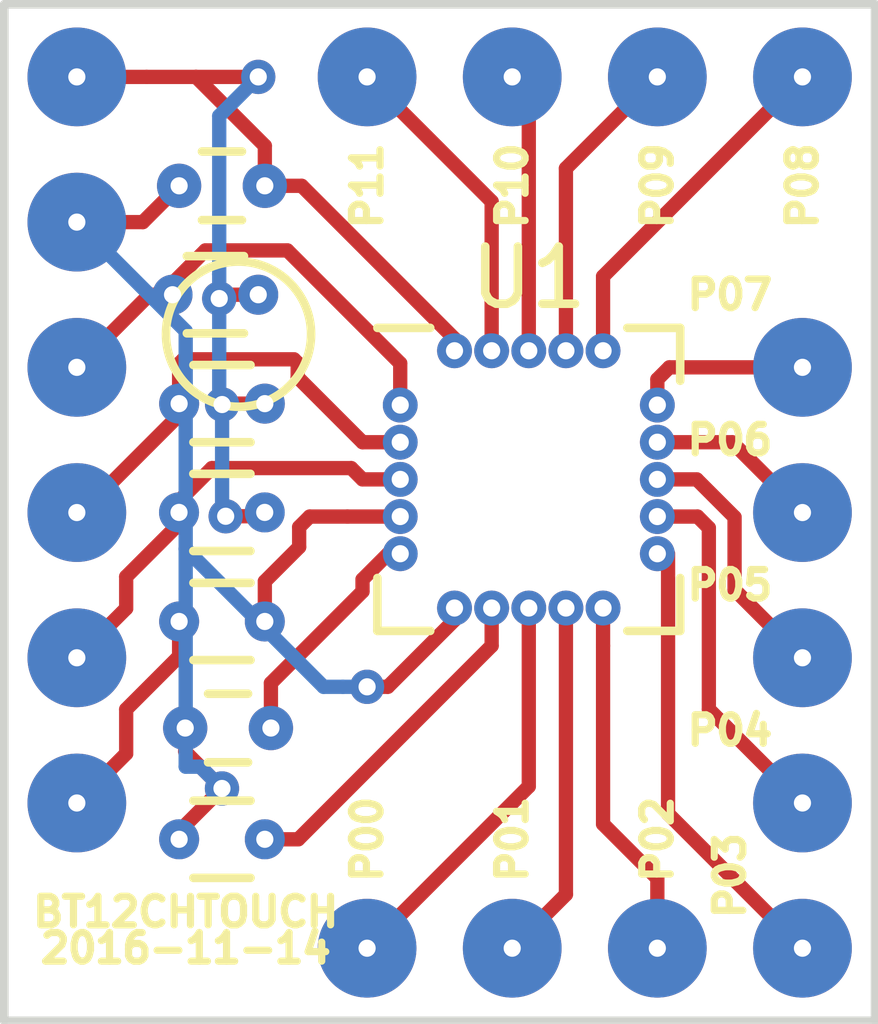
<source format=kicad_pcb>
(kicad_pcb (version 4) (host Gerbview "4.0.4-stable")

  (layers 
    (0 F.Cu signal)
    (31 B.Cu signal)
    (32 B.Adhes user)
    (33 F.Adhes user)
    (34 B.Paste user)
    (35 F.Paste user)
    (36 B.SilkS user)
    (37 F.SilkS user)
    (38 B.Mask user)
    (39 F.Mask user)
    (40 Dwgs.User user)
    (41 Cmts.User user)
    (42 Eco1.User user)
    (43 Eco2.User user)
    (44 Edge.Cuts user)
    (45 Margin user)
    (46 B.CrtYd user)
    (47 F.CrtYd user)
    (48 B.Fab user)
    (49 F.Fab user)
  )

(gr_line (start 142.24 76.2) (end 142.24 76.2)(layer B.Mask) (width 2.1272))
(gr_line (start 142.24 73.66) (end 142.24 73.66)(layer B.Mask) (width 2.1272))
(gr_line (start 142.24 86.36) (end 142.24 86.36)(layer B.Mask) (width 2.1272))
(gr_line (start 142.24 78.73999999999999) (end 142.24 78.73999999999999)(layer B.Mask) (width 2.1272))
(gr_line (start 142.24 81.28) (end 142.24 81.28)(layer B.Mask) (width 2.1272))
(gr_line (start 142.24 83.81999999999999) (end 142.24 83.81999999999999)(layer B.Mask) (width 2.1272))
(gr_line (start 147.32 88.90000000000001) (end 147.32 88.90000000000001)(layer B.Mask) (width 2.1272))
(gr_line (start 149.86 88.90000000000001) (end 149.86 88.90000000000001)(layer B.Mask) (width 2.1272))
(gr_line (start 152.4 88.90000000000001) (end 152.4 88.90000000000001)(layer B.Mask) (width 2.1272))
(gr_line (start 154.94 88.90000000000001) (end 154.94 88.90000000000001)(layer B.Mask) (width 2.1272))
(gr_line (start 154.94 86.36) (end 154.94 86.36)(layer B.Mask) (width 2.1272))
(gr_line (start 154.94 83.81999999999999) (end 154.94 83.81999999999999)(layer B.Mask) (width 2.1272))
(gr_line (start 154.94 81.28) (end 154.94 81.28)(layer B.Mask) (width 2.1272))
(gr_line (start 154.94 78.73999999999999) (end 154.94 78.73999999999999)(layer B.Mask) (width 2.1272))
(gr_line (start 154.94 73.66) (end 154.94 73.66)(layer B.Mask) (width 2.1272))
(gr_line (start 152.4 73.66) (end 152.4 73.66)(layer B.Mask) (width 2.1272))
(gr_line (start 149.86 73.66) (end 149.86 73.66)(layer B.Mask) (width 2.1272))
(gr_line (start 147.32 73.66) (end 147.32 73.66)(layer B.Mask) (width 2.1272))
(gr_line (start 140.97 90.17) (end 140.97 72.39)(layer Edge.Cuts) (width 0.15))
(gr_line (start 156.21 90.17) (end 140.97 90.17)(layer Edge.Cuts) (width 0.15))
(gr_line (start 156.21 72.39) (end 156.21 90.17)(layer Edge.Cuts) (width 0.15))
(gr_line (start 140.97 72.39) (end 156.21 72.39)(layer Edge.Cuts) (width 0.15))
(gr_line (start 145.415 77.47) (end 145.415 77.47)(layer F.Mask) (width 0.9))
(gr_line (start 143.915 77.47) (end 143.915 77.47)(layer F.Mask) (width 0.9))
(gr_line (start 147.9 79.40000000000001) (end 147.9 79.40000000000001)(layer F.Mask) (width 1.22))
(gr_line (start 147.9 80.05) (end 147.9 80.05)(layer F.Mask) (width 1.22))
(gr_line (start 147.9 80.7) (end 147.9 80.7)(layer F.Mask) (width 1.22))
(gr_line (start 147.9 81.34999999999999) (end 147.9 81.34999999999999)(layer F.Mask) (width 1.22))
(gr_line (start 147.9 82) (end 147.9 82)(layer F.Mask) (width 1.22))
(gr_line (start 148.85 82.95) (end 148.85 82.95)(layer F.Mask) (width 0.8))
(gr_line (start 149.5 82.95) (end 149.5 82.95)(layer F.Mask) (width 0.8))
(gr_line (start 150.15 82.95) (end 150.15 82.95)(layer F.Mask) (width 0.8))
(gr_line (start 150.8 82.95) (end 150.8 82.95)(layer F.Mask) (width 0.8))
(gr_line (start 151.45 82.95) (end 151.45 82.95)(layer F.Mask) (width 0.8))
(gr_line (start 152.4 82) (end 152.4 82)(layer F.Mask) (width 1.22))
(gr_line (start 152.4 81.34999999999999) (end 152.4 81.34999999999999)(layer F.Mask) (width 1.22))
(gr_line (start 152.4 80.7) (end 152.4 80.7)(layer F.Mask) (width 1.22))
(gr_line (start 152.4 80.05) (end 152.4 80.05)(layer F.Mask) (width 1.22))
(gr_line (start 152.4 79.40000000000001) (end 152.4 79.40000000000001)(layer F.Mask) (width 1.22))
(gr_line (start 151.45 78.45) (end 151.45 78.45)(layer F.Mask) (width 0.8))
(gr_line (start 150.8 78.45) (end 150.8 78.45)(layer F.Mask) (width 0.8))
(gr_line (start 150.15 78.45) (end 150.15 78.45)(layer F.Mask) (width 0.8))
(gr_line (start 149.5 78.45) (end 149.5 78.45)(layer F.Mask) (width 0.8))
(gr_line (start 148.85 78.45) (end 148.85 78.45)(layer F.Mask) (width 0.8))
(gr_line (start 144.03 83.185) (end 144.03 83.185)(layer F.Mask) (width 0.9))
(gr_line (start 145.53 83.185) (end 145.53 83.185)(layer F.Mask) (width 0.9))
(gr_line (start 145.53 86.995) (end 145.53 86.995)(layer F.Mask) (width 0.9))
(gr_line (start 144.03 86.995) (end 144.03 86.995)(layer F.Mask) (width 0.9))
(gr_line (start 145.52816 81.27746) (end 145.52816 81.27746)(layer F.Mask) (width 0.9))
(gr_line (start 144.02816 81.27746) (end 144.02816 81.27746)(layer F.Mask) (width 0.9))
(gr_line (start 145.53 79.375) (end 145.53 79.375)(layer F.Mask) (width 0.9))
(gr_line (start 144.03 79.375) (end 144.03 79.375)(layer F.Mask) (width 0.9))
(gr_line (start 142.24 76.2) (end 142.24 76.2)(layer F.Mask) (width 2.1272))
(gr_line (start 142.24 73.66) (end 142.24 73.66)(layer F.Mask) (width 2.1272))
(gr_line (start 142.24 86.36) (end 142.24 86.36)(layer F.Mask) (width 2.1272))
(gr_line (start 142.24 78.73999999999999) (end 142.24 78.73999999999999)(layer F.Mask) (width 2.1272))
(gr_line (start 142.24 81.28) (end 142.24 81.28)(layer F.Mask) (width 2.1272))
(gr_line (start 142.24 83.81999999999999) (end 142.24 83.81999999999999)(layer F.Mask) (width 2.1272))
(gr_line (start 145.63666 85.04895) (end 145.63666 85.04895)(layer F.Mask) (width 1.2))
(gr_line (start 144.13666 85.04895) (end 144.13666 85.04895)(layer F.Mask) (width 1.2))
(gr_line (start 145.53 75.565) (end 145.53 75.565)(layer F.Mask) (width 1.2))
(gr_line (start 144.03 75.565) (end 144.03 75.565)(layer F.Mask) (width 1.2))
(gr_line (start 147.32 88.90000000000001) (end 147.32 88.90000000000001)(layer F.Mask) (width 2.1272))
(gr_line (start 149.86 88.90000000000001) (end 149.86 88.90000000000001)(layer F.Mask) (width 2.1272))
(gr_line (start 152.4 88.90000000000001) (end 152.4 88.90000000000001)(layer F.Mask) (width 2.1272))
(gr_line (start 154.94 88.90000000000001) (end 154.94 88.90000000000001)(layer F.Mask) (width 2.1272))
(gr_line (start 154.94 86.36) (end 154.94 86.36)(layer F.Mask) (width 2.1272))
(gr_line (start 154.94 83.81999999999999) (end 154.94 83.81999999999999)(layer F.Mask) (width 2.1272))
(gr_line (start 154.94 81.28) (end 154.94 81.28)(layer F.Mask) (width 2.1272))
(gr_line (start 154.94 78.73999999999999) (end 154.94 78.73999999999999)(layer F.Mask) (width 2.1272))
(gr_line (start 154.94 73.66) (end 154.94 73.66)(layer F.Mask) (width 2.1272))
(gr_line (start 152.4 73.66) (end 152.4 73.66)(layer F.Mask) (width 2.1272))
(gr_line (start 149.86 73.66) (end 149.86 73.66)(layer F.Mask) (width 2.1272))
(gr_line (start 147.32 73.66) (end 147.32 73.66)(layer F.Mask) (width 2.1272))
(gr_line (start 145.415 77.47) (end 145.415 77.47)(layer F.Paste) (width 0.5))
(gr_line (start 143.915 77.47) (end 143.915 77.47)(layer F.Paste) (width 0.5))
(gr_line (start 147.9 79.40000000000001) (end 147.9 79.40000000000001)(layer F.Paste) (width 0.82))
(gr_line (start 147.9 80.05) (end 147.9 80.05)(layer F.Paste) (width 0.82))
(gr_line (start 147.9 80.7) (end 147.9 80.7)(layer F.Paste) (width 0.82))
(gr_line (start 147.9 81.34999999999999) (end 147.9 81.34999999999999)(layer F.Paste) (width 0.82))
(gr_line (start 147.9 82) (end 147.9 82)(layer F.Paste) (width 0.82))
(gr_line (start 148.85 82.95) (end 148.85 82.95)(layer F.Paste) (width 0.4))
(gr_line (start 149.5 82.95) (end 149.5 82.95)(layer F.Paste) (width 0.4))
(gr_line (start 150.15 82.95) (end 150.15 82.95)(layer F.Paste) (width 0.4))
(gr_line (start 150.8 82.95) (end 150.8 82.95)(layer F.Paste) (width 0.4))
(gr_line (start 151.45 82.95) (end 151.45 82.95)(layer F.Paste) (width 0.4))
(gr_line (start 152.4 82) (end 152.4 82)(layer F.Paste) (width 0.82))
(gr_line (start 152.4 81.34999999999999) (end 152.4 81.34999999999999)(layer F.Paste) (width 0.82))
(gr_line (start 152.4 80.7) (end 152.4 80.7)(layer F.Paste) (width 0.82))
(gr_line (start 152.4 80.05) (end 152.4 80.05)(layer F.Paste) (width 0.82))
(gr_line (start 152.4 79.40000000000001) (end 152.4 79.40000000000001)(layer F.Paste) (width 0.82))
(gr_line (start 151.45 78.45) (end 151.45 78.45)(layer F.Paste) (width 0.4))
(gr_line (start 150.8 78.45) (end 150.8 78.45)(layer F.Paste) (width 0.4))
(gr_line (start 150.15 78.45) (end 150.15 78.45)(layer F.Paste) (width 0.4))
(gr_line (start 149.5 78.45) (end 149.5 78.45)(layer F.Paste) (width 0.4))
(gr_line (start 148.85 78.45) (end 148.85 78.45)(layer F.Paste) (width 0.4))
(gr_line (start 144.03 83.185) (end 144.03 83.185)(layer F.Paste) (width 0.5))
(gr_line (start 145.53 83.185) (end 145.53 83.185)(layer F.Paste) (width 0.5))
(gr_line (start 145.53 86.995) (end 145.53 86.995)(layer F.Paste) (width 0.5))
(gr_line (start 144.03 86.995) (end 144.03 86.995)(layer F.Paste) (width 0.5))
(gr_line (start 145.52816 81.27746) (end 145.52816 81.27746)(layer F.Paste) (width 0.5))
(gr_line (start 144.02816 81.27746) (end 144.02816 81.27746)(layer F.Paste) (width 0.5))
(gr_line (start 145.53 79.375) (end 145.53 79.375)(layer F.Paste) (width 0.5))
(gr_line (start 144.03 79.375) (end 144.03 79.375)(layer F.Paste) (width 0.5))
(gr_line (start 145.63666 85.04895) (end 145.63666 85.04895)(layer F.Paste) (width 0.8))
(gr_line (start 144.13666 85.04895) (end 144.13666 85.04895)(layer F.Paste) (width 0.8))
(gr_line (start 145.53 75.565) (end 145.53 75.565)(layer F.Paste) (width 0.8))
(gr_line (start 144.03 75.565) (end 144.03 75.565)(layer F.Paste) (width 0.8))
(gr_line (start 141.71643 88.67381) (end 141.74024 88.65000000000001)(layer F.SilkS) (width 0.125))
(gr_line (start 141.74024 88.65000000000001) (end 141.78786 88.62618999999999)(layer F.SilkS) (width 0.125))
(gr_line (start 141.78786 88.62618999999999) (end 141.90691 88.62618999999999)(layer F.SilkS) (width 0.125))
(gr_line (start 141.90691 88.62618999999999) (end 141.95453 88.65000000000001)(layer F.SilkS) (width 0.125))
(gr_line (start 141.95453 88.65000000000001) (end 141.97834 88.67381)(layer F.SilkS) (width 0.125))
(gr_line (start 141.97834 88.67381) (end 142.00214 88.72143)(layer F.SilkS) (width 0.125))
(gr_line (start 142.00214 88.72143) (end 142.00214 88.76904999999999)(layer F.SilkS) (width 0.125))
(gr_line (start 142.00214 88.76904999999999) (end 141.97834 88.84048)(layer F.SilkS) (width 0.125))
(gr_line (start 141.97834 88.84048) (end 141.69262 89.12618999999999)(layer F.SilkS) (width 0.125))
(gr_line (start 141.69262 89.12618999999999) (end 142.00214 89.12618999999999)(layer F.SilkS) (width 0.125))
(gr_line (start 142.31167 88.62618999999999) (end 142.35929 88.62618999999999)(layer F.SilkS) (width 0.125))
(gr_line (start 142.35929 88.62618999999999) (end 142.40691 88.65000000000001)(layer F.SilkS) (width 0.125))
(gr_line (start 142.40691 88.65000000000001) (end 142.43072 88.67381)(layer F.SilkS) (width 0.125))
(gr_line (start 142.43072 88.67381) (end 142.45453 88.72143)(layer F.SilkS) (width 0.125))
(gr_line (start 142.45453 88.72143) (end 142.47833 88.81667)(layer F.SilkS) (width 0.125))
(gr_line (start 142.47833 88.81667) (end 142.47833 88.93571)(layer F.SilkS) (width 0.125))
(gr_line (start 142.47833 88.93571) (end 142.45453 89.03095)(layer F.SilkS) (width 0.125))
(gr_line (start 142.45453 89.03095) (end 142.43072 89.07857)(layer F.SilkS) (width 0.125))
(gr_line (start 142.43072 89.07857) (end 142.40691 89.10238)(layer F.SilkS) (width 0.125))
(gr_line (start 142.40691 89.10238) (end 142.35929 89.12618999999999)(layer F.SilkS) (width 0.125))
(gr_line (start 142.35929 89.12618999999999) (end 142.31167 89.12618999999999)(layer F.SilkS) (width 0.125))
(gr_line (start 142.31167 89.12618999999999) (end 142.26405 89.10238)(layer F.SilkS) (width 0.125))
(gr_line (start 142.26405 89.10238) (end 142.24024 89.07857)(layer F.SilkS) (width 0.125))
(gr_line (start 142.24024 89.07857) (end 142.21643 89.03095)(layer F.SilkS) (width 0.125))
(gr_line (start 142.21643 89.03095) (end 142.19262 88.93571)(layer F.SilkS) (width 0.125))
(gr_line (start 142.19262 88.93571) (end 142.19262 88.81667)(layer F.SilkS) (width 0.125))
(gr_line (start 142.19262 88.81667) (end 142.21643 88.72143)(layer F.SilkS) (width 0.125))
(gr_line (start 142.21643 88.72143) (end 142.24024 88.67381)(layer F.SilkS) (width 0.125))
(gr_line (start 142.24024 88.67381) (end 142.26405 88.65000000000001)(layer F.SilkS) (width 0.125))
(gr_line (start 142.26405 88.65000000000001) (end 142.31167 88.62618999999999)(layer F.SilkS) (width 0.125))
(gr_line (start 142.95452 89.12618999999999) (end 142.66881 89.12618999999999)(layer F.SilkS) (width 0.125))
(gr_line (start 142.81167 89.12618999999999) (end 142.81167 88.62618999999999)(layer F.SilkS) (width 0.125))
(gr_line (start 142.81167 88.62618999999999) (end 142.76405 88.69762)(layer F.SilkS) (width 0.125))
(gr_line (start 142.76405 88.69762) (end 142.71643 88.74524)(layer F.SilkS) (width 0.125))
(gr_line (start 142.71643 88.74524) (end 142.66881 88.76904999999999)(layer F.SilkS) (width 0.125))
(gr_line (start 143.3831 88.62618999999999) (end 143.28786 88.62618999999999)(layer F.SilkS) (width 0.125))
(gr_line (start 143.28786 88.62618999999999) (end 143.24024 88.65000000000001)(layer F.SilkS) (width 0.125))
(gr_line (start 143.24024 88.65000000000001) (end 143.21643 88.67381)(layer F.SilkS) (width 0.125))
(gr_line (start 143.21643 88.67381) (end 143.16881 88.74524)(layer F.SilkS) (width 0.125))
(gr_line (start 143.16881 88.74524) (end 143.145 88.84048)(layer F.SilkS) (width 0.125))
(gr_line (start 143.145 88.84048) (end 143.145 89.03095)(layer F.SilkS) (width 0.125))
(gr_line (start 143.145 89.03095) (end 143.16881 89.07857)(layer F.SilkS) (width 0.125))
(gr_line (start 143.16881 89.07857) (end 143.19262 89.10238)(layer F.SilkS) (width 0.125))
(gr_line (start 143.19262 89.10238) (end 143.24024 89.12618999999999)(layer F.SilkS) (width 0.125))
(gr_line (start 143.24024 89.12618999999999) (end 143.33548 89.12618999999999)(layer F.SilkS) (width 0.125))
(gr_line (start 143.33548 89.12618999999999) (end 143.3831 89.10238)(layer F.SilkS) (width 0.125))
(gr_line (start 143.3831 89.10238) (end 143.40691 89.07857)(layer F.SilkS) (width 0.125))
(gr_line (start 143.40691 89.07857) (end 143.43071 89.03095)(layer F.SilkS) (width 0.125))
(gr_line (start 143.43071 89.03095) (end 143.43071 88.91191000000001)(layer F.SilkS) (width 0.125))
(gr_line (start 143.43071 88.91191000000001) (end 143.40691 88.86429)(layer F.SilkS) (width 0.125))
(gr_line (start 143.40691 88.86429) (end 143.3831 88.84048)(layer F.SilkS) (width 0.125))
(gr_line (start 143.3831 88.84048) (end 143.33548 88.81667)(layer F.SilkS) (width 0.125))
(gr_line (start 143.33548 88.81667) (end 143.24024 88.81667)(layer F.SilkS) (width 0.125))
(gr_line (start 143.24024 88.81667) (end 143.19262 88.84048)(layer F.SilkS) (width 0.125))
(gr_line (start 143.19262 88.84048) (end 143.16881 88.86429)(layer F.SilkS) (width 0.125))
(gr_line (start 143.16881 88.86429) (end 143.145 88.91191000000001)(layer F.SilkS) (width 0.125))
(gr_line (start 143.645 88.93571) (end 144.02595 88.93571)(layer F.SilkS) (width 0.125))
(gr_line (start 144.52595 89.12618999999999) (end 144.24024 89.12618999999999)(layer F.SilkS) (width 0.125))
(gr_line (start 144.3831 89.12618999999999) (end 144.3831 88.62618999999999)(layer F.SilkS) (width 0.125))
(gr_line (start 144.3831 88.62618999999999) (end 144.33548 88.69762)(layer F.SilkS) (width 0.125))
(gr_line (start 144.33548 88.69762) (end 144.28786 88.74524)(layer F.SilkS) (width 0.125))
(gr_line (start 144.28786 88.74524) (end 144.24024 88.76904999999999)(layer F.SilkS) (width 0.125))
(gr_line (start 145.00214 89.12618999999999) (end 144.71643 89.12618999999999)(layer F.SilkS) (width 0.125))
(gr_line (start 144.85929 89.12618999999999) (end 144.85929 88.62618999999999)(layer F.SilkS) (width 0.125))
(gr_line (start 144.85929 88.62618999999999) (end 144.81167 88.69762)(layer F.SilkS) (width 0.125))
(gr_line (start 144.81167 88.69762) (end 144.76405 88.74524)(layer F.SilkS) (width 0.125))
(gr_line (start 144.76405 88.74524) (end 144.71643 88.76904999999999)(layer F.SilkS) (width 0.125))
(gr_line (start 145.21643 88.93571) (end 145.59738 88.93571)(layer F.SilkS) (width 0.125))
(gr_line (start 146.09738 89.12618999999999) (end 145.81167 89.12618999999999)(layer F.SilkS) (width 0.125))
(gr_line (start 145.95452 89.12618999999999) (end 145.95452 88.62618999999999)(layer F.SilkS) (width 0.125))
(gr_line (start 145.95452 88.62618999999999) (end 145.9069 88.69762)(layer F.SilkS) (width 0.125))
(gr_line (start 145.9069 88.69762) (end 145.85929 88.74524)(layer F.SilkS) (width 0.125))
(gr_line (start 145.85929 88.74524) (end 145.81167 88.76904999999999)(layer F.SilkS) (width 0.125))
(gr_line (start 146.52595 88.79286) (end 146.52595 89.12618999999999)(layer F.SilkS) (width 0.125))
(gr_line (start 146.4069 88.60238) (end 146.28786 88.95952)(layer F.SilkS) (width 0.125))
(gr_line (start 146.28786 88.95952) (end 146.59738 88.95952)(layer F.SilkS) (width 0.125))
(gr_line (start 141.77595 88.22929000000001) (end 141.84738 88.2531)(layer F.SilkS) (width 0.125))
(gr_line (start 141.84738 88.2531) (end 141.87119 88.27691)(layer F.SilkS) (width 0.125))
(gr_line (start 141.87119 88.27691) (end 141.895 88.32452000000001)(layer F.SilkS) (width 0.125))
(gr_line (start 141.895 88.32452000000001) (end 141.895 88.39595)(layer F.SilkS) (width 0.125))
(gr_line (start 141.895 88.39595) (end 141.87119 88.44356999999999)(layer F.SilkS) (width 0.125))
(gr_line (start 141.87119 88.44356999999999) (end 141.84738 88.46738000000001)(layer F.SilkS) (width 0.125))
(gr_line (start 141.84738 88.46738000000001) (end 141.79976 88.49119)(layer F.SilkS) (width 0.125))
(gr_line (start 141.79976 88.49119) (end 141.60929 88.49119)(layer F.SilkS) (width 0.125))
(gr_line (start 141.60929 88.49119) (end 141.60929 87.99119)(layer F.SilkS) (width 0.125))
(gr_line (start 141.60929 87.99119) (end 141.77595 87.99119)(layer F.SilkS) (width 0.125))
(gr_line (start 141.77595 87.99119) (end 141.82357 88.015)(layer F.SilkS) (width 0.125))
(gr_line (start 141.82357 88.015) (end 141.84738 88.03881)(layer F.SilkS) (width 0.125))
(gr_line (start 141.84738 88.03881) (end 141.87119 88.08642999999999)(layer F.SilkS) (width 0.125))
(gr_line (start 141.87119 88.08642999999999) (end 141.87119 88.13405)(layer F.SilkS) (width 0.125))
(gr_line (start 141.87119 88.13405) (end 141.84738 88.18167)(layer F.SilkS) (width 0.125))
(gr_line (start 141.84738 88.18167) (end 141.82357 88.20547999999999)(layer F.SilkS) (width 0.125))
(gr_line (start 141.82357 88.20547999999999) (end 141.77595 88.22929000000001)(layer F.SilkS) (width 0.125))
(gr_line (start 141.77595 88.22929000000001) (end 141.60929 88.22929000000001)(layer F.SilkS) (width 0.125))
(gr_line (start 142.03786 87.99119) (end 142.32357 87.99119)(layer F.SilkS) (width 0.125))
(gr_line (start 142.18071 88.49119) (end 142.18071 87.99119)(layer F.SilkS) (width 0.125))
(gr_line (start 142.75214 88.49119) (end 142.46643 88.49119)(layer F.SilkS) (width 0.125))
(gr_line (start 142.60929 88.49119) (end 142.60929 87.99119)(layer F.SilkS) (width 0.125))
(gr_line (start 142.60929 87.99119) (end 142.56167 88.06262)(layer F.SilkS) (width 0.125))
(gr_line (start 142.56167 88.06262) (end 142.51405 88.11024)(layer F.SilkS) (width 0.125))
(gr_line (start 142.51405 88.11024) (end 142.46643 88.13405)(layer F.SilkS) (width 0.125))
(gr_line (start 142.94262 88.03881) (end 142.96643 88.015)(layer F.SilkS) (width 0.125))
(gr_line (start 142.96643 88.015) (end 143.01405 87.99119)(layer F.SilkS) (width 0.125))
(gr_line (start 143.01405 87.99119) (end 143.13309 87.99119)(layer F.SilkS) (width 0.125))
(gr_line (start 143.13309 87.99119) (end 143.18071 88.015)(layer F.SilkS) (width 0.125))
(gr_line (start 143.18071 88.015) (end 143.20452 88.03881)(layer F.SilkS) (width 0.125))
(gr_line (start 143.20452 88.03881) (end 143.22833 88.08642999999999)(layer F.SilkS) (width 0.125))
(gr_line (start 143.22833 88.08642999999999) (end 143.22833 88.13405)(layer F.SilkS) (width 0.125))
(gr_line (start 143.22833 88.13405) (end 143.20452 88.20547999999999)(layer F.SilkS) (width 0.125))
(gr_line (start 143.20452 88.20547999999999) (end 142.91881 88.49119)(layer F.SilkS) (width 0.125))
(gr_line (start 142.91881 88.49119) (end 143.22833 88.49119)(layer F.SilkS) (width 0.125))
(gr_line (start 143.72833 88.44356999999999) (end 143.70452 88.46738000000001)(layer F.SilkS) (width 0.125))
(gr_line (start 143.70452 88.46738000000001) (end 143.63309 88.49119)(layer F.SilkS) (width 0.125))
(gr_line (start 143.63309 88.49119) (end 143.58548 88.49119)(layer F.SilkS) (width 0.125))
(gr_line (start 143.58548 88.49119) (end 143.51405 88.46738000000001)(layer F.SilkS) (width 0.125))
(gr_line (start 143.51405 88.46738000000001) (end 143.46643 88.41976)(layer F.SilkS) (width 0.125))
(gr_line (start 143.46643 88.41976) (end 143.44262 88.37214)(layer F.SilkS) (width 0.125))
(gr_line (start 143.44262 88.37214) (end 143.41881 88.27691)(layer F.SilkS) (width 0.125))
(gr_line (start 143.41881 88.27691) (end 143.41881 88.20547999999999)(layer F.SilkS) (width 0.125))
(gr_line (start 143.41881 88.20547999999999) (end 143.44262 88.11024)(layer F.SilkS) (width 0.125))
(gr_line (start 143.44262 88.11024) (end 143.46643 88.06262)(layer F.SilkS) (width 0.125))
(gr_line (start 143.46643 88.06262) (end 143.51405 88.015)(layer F.SilkS) (width 0.125))
(gr_line (start 143.51405 88.015) (end 143.58548 87.99119)(layer F.SilkS) (width 0.125))
(gr_line (start 143.58548 87.99119) (end 143.63309 87.99119)(layer F.SilkS) (width 0.125))
(gr_line (start 143.63309 87.99119) (end 143.70452 88.015)(layer F.SilkS) (width 0.125))
(gr_line (start 143.70452 88.015) (end 143.72833 88.03881)(layer F.SilkS) (width 0.125))
(gr_line (start 143.94262 88.49119) (end 143.94262 87.99119)(layer F.SilkS) (width 0.125))
(gr_line (start 143.94262 88.22929000000001) (end 144.22833 88.22929000000001)(layer F.SilkS) (width 0.125))
(gr_line (start 144.22833 88.49119) (end 144.22833 87.99119)(layer F.SilkS) (width 0.125))
(gr_line (start 144.395 87.99119) (end 144.68071 87.99119)(layer F.SilkS) (width 0.125))
(gr_line (start 144.53786 88.49119) (end 144.53786 87.99119)(layer F.SilkS) (width 0.125))
(gr_line (start 144.94262 87.99119) (end 145.03786 87.99119)(layer F.SilkS) (width 0.125))
(gr_line (start 145.03786 87.99119) (end 145.08548 88.015)(layer F.SilkS) (width 0.125))
(gr_line (start 145.08548 88.015) (end 145.13309 88.06262)(layer F.SilkS) (width 0.125))
(gr_line (start 145.13309 88.06262) (end 145.1569 88.15786)(layer F.SilkS) (width 0.125))
(gr_line (start 145.1569 88.15786) (end 145.1569 88.32452000000001)(layer F.SilkS) (width 0.125))
(gr_line (start 145.1569 88.32452000000001) (end 145.13309 88.41976)(layer F.SilkS) (width 0.125))
(gr_line (start 145.13309 88.41976) (end 145.08548 88.46738000000001)(layer F.SilkS) (width 0.125))
(gr_line (start 145.08548 88.46738000000001) (end 145.03786 88.49119)(layer F.SilkS) (width 0.125))
(gr_line (start 145.03786 88.49119) (end 144.94262 88.49119)(layer F.SilkS) (width 0.125))
(gr_line (start 144.94262 88.49119) (end 144.895 88.46738000000001)(layer F.SilkS) (width 0.125))
(gr_line (start 144.895 88.46738000000001) (end 144.84738 88.41976)(layer F.SilkS) (width 0.125))
(gr_line (start 144.84738 88.41976) (end 144.82357 88.32452000000001)(layer F.SilkS) (width 0.125))
(gr_line (start 144.82357 88.32452000000001) (end 144.82357 88.15786)(layer F.SilkS) (width 0.125))
(gr_line (start 144.82357 88.15786) (end 144.84738 88.06262)(layer F.SilkS) (width 0.125))
(gr_line (start 144.84738 88.06262) (end 144.895 88.015)(layer F.SilkS) (width 0.125))
(gr_line (start 144.895 88.015) (end 144.94262 87.99119)(layer F.SilkS) (width 0.125))
(gr_line (start 145.37119 87.99119) (end 145.37119 88.39595)(layer F.SilkS) (width 0.125))
(gr_line (start 145.37119 88.39595) (end 145.395 88.44356999999999)(layer F.SilkS) (width 0.125))
(gr_line (start 145.395 88.44356999999999) (end 145.41881 88.46738000000001)(layer F.SilkS) (width 0.125))
(gr_line (start 145.41881 88.46738000000001) (end 145.46643 88.49119)(layer F.SilkS) (width 0.125))
(gr_line (start 145.46643 88.49119) (end 145.56167 88.49119)(layer F.SilkS) (width 0.125))
(gr_line (start 145.56167 88.49119) (end 145.60929 88.46738000000001)(layer F.SilkS) (width 0.125))
(gr_line (start 145.60929 88.46738000000001) (end 145.63309 88.44356999999999)(layer F.SilkS) (width 0.125))
(gr_line (start 145.63309 88.44356999999999) (end 145.6569 88.39595)(layer F.SilkS) (width 0.125))
(gr_line (start 145.6569 88.39595) (end 145.6569 87.99119)(layer F.SilkS) (width 0.125))
(gr_line (start 146.18071 88.44356999999999) (end 146.1569 88.46738000000001)(layer F.SilkS) (width 0.125))
(gr_line (start 146.1569 88.46738000000001) (end 146.08548 88.49119)(layer F.SilkS) (width 0.125))
(gr_line (start 146.08548 88.49119) (end 146.03786 88.49119)(layer F.SilkS) (width 0.125))
(gr_line (start 146.03786 88.49119) (end 145.96643 88.46738000000001)(layer F.SilkS) (width 0.125))
(gr_line (start 145.96643 88.46738000000001) (end 145.91881 88.41976)(layer F.SilkS) (width 0.125))
(gr_line (start 145.91881 88.41976) (end 145.895 88.37214)(layer F.SilkS) (width 0.125))
(gr_line (start 145.895 88.37214) (end 145.87119 88.27691)(layer F.SilkS) (width 0.125))
(gr_line (start 145.87119 88.27691) (end 145.87119 88.20547999999999)(layer F.SilkS) (width 0.125))
(gr_line (start 145.87119 88.20547999999999) (end 145.895 88.11024)(layer F.SilkS) (width 0.125))
(gr_line (start 145.895 88.11024) (end 145.91881 88.06262)(layer F.SilkS) (width 0.125))
(gr_line (start 145.91881 88.06262) (end 145.96643 88.015)(layer F.SilkS) (width 0.125))
(gr_line (start 145.96643 88.015) (end 146.03786 87.99119)(layer F.SilkS) (width 0.125))
(gr_line (start 146.03786 87.99119) (end 146.08548 87.99119)(layer F.SilkS) (width 0.125))
(gr_line (start 146.08548 87.99119) (end 146.1569 88.015)(layer F.SilkS) (width 0.125))
(gr_line (start 146.1569 88.015) (end 146.18071 88.03881)(layer F.SilkS) (width 0.125))
(gr_line (start 146.395 88.49119) (end 146.395 87.99119)(layer F.SilkS) (width 0.125))
(gr_line (start 146.395 88.22929000000001) (end 146.68071 88.22929000000001)(layer F.SilkS) (width 0.125))
(gr_line (start 146.68071 88.49119) (end 146.68071 87.99119)(layer F.SilkS) (width 0.125))
(gr_line (start 144.165 76.795) (end 145.165 76.795)(layer F.SilkS) (width 0.15))
(gr_line (start 145.165 78.145) (end 144.165 78.145)(layer F.SilkS) (width 0.15))
(gr_circle (center 145.07 78.16) (end 146.34 78.16)(layer F.SilkS) (width 0.15))
(gr_line (start 152.8 78.05) (end 152.8 78.97499999999999)(layer F.SilkS) (width 0.15))
(gr_line (start 147.5 83.34999999999999) (end 147.5 82.425)(layer F.SilkS) (width 0.15))
(gr_line (start 152.8 83.34999999999999) (end 152.8 82.425)(layer F.SilkS) (width 0.15))
(gr_line (start 147.5 78.05) (end 148.425 78.05)(layer F.SilkS) (width 0.15))
(gr_line (start 147.5 83.34999999999999) (end 148.425 83.34999999999999)(layer F.SilkS) (width 0.15))
(gr_line (start 152.8 83.34999999999999) (end 151.875 83.34999999999999)(layer F.SilkS) (width 0.15))
(gr_line (start 152.8 78.05) (end 151.875 78.05)(layer F.SilkS) (width 0.15))
(gr_line (start 145.28 83.86) (end 144.28 83.86)(layer F.SilkS) (width 0.15))
(gr_line (start 144.28 82.51000000000001) (end 145.28 82.51000000000001)(layer F.SilkS) (width 0.15))
(gr_line (start 144.28 86.31999999999999) (end 145.28 86.31999999999999)(layer F.SilkS) (width 0.15))
(gr_line (start 145.28 87.67) (end 144.28 87.67)(layer F.SilkS) (width 0.15))
(gr_line (start 144.27816 80.60245999999999) (end 145.27816 80.60245999999999)(layer F.SilkS) (width 0.15))
(gr_line (start 145.27816 81.95246) (end 144.27816 81.95246)(layer F.SilkS) (width 0.15))
(gr_line (start 144.28 78.7) (end 145.28 78.7)(layer F.SilkS) (width 0.15))
(gr_line (start 145.28 80.05) (end 144.28 80.05)(layer F.SilkS) (width 0.15))
(gr_line (start 145.23666 85.64895) (end 144.53666 85.64895)(layer F.SilkS) (width 0.15))
(gr_line (start 144.53666 84.44895) (end 145.23666 84.44895)(layer F.SilkS) (width 0.15))
(gr_line (start 145.13 76.16500000000001) (end 144.43 76.16500000000001)(layer F.SilkS) (width 0.15))
(gr_line (start 144.43 74.965) (end 145.13 74.965)(layer F.SilkS) (width 0.15))
(gr_line (start 149.3881 76.62738) (end 149.3881 77.43691)(layer F.SilkS) (width 0.15))
(gr_line (start 149.3881 77.43691) (end 149.43571 77.53214)(layer F.SilkS) (width 0.15))
(gr_line (start 149.43571 77.53214) (end 149.48333 77.57975999999999)(layer F.SilkS) (width 0.15))
(gr_line (start 149.48333 77.57975999999999) (end 149.57857 77.62738)(layer F.SilkS) (width 0.15))
(gr_line (start 149.57857 77.62738) (end 149.76905 77.62738)(layer F.SilkS) (width 0.15))
(gr_line (start 149.76905 77.62738) (end 149.86429 77.57975999999999)(layer F.SilkS) (width 0.15))
(gr_line (start 149.86429 77.57975999999999) (end 149.91191 77.53214)(layer F.SilkS) (width 0.15))
(gr_line (start 149.91191 77.53214) (end 149.95952 77.43691)(layer F.SilkS) (width 0.15))
(gr_line (start 149.95952 77.43691) (end 149.95952 76.62738)(layer F.SilkS) (width 0.15))
(gr_line (start 150.95952 77.62738) (end 150.3881 77.62738)(layer F.SilkS) (width 0.15))
(gr_line (start 150.67381 77.62738) (end 150.67381 76.62738)(layer F.SilkS) (width 0.15))
(gr_line (start 150.67381 76.62738) (end 150.57857 76.77024)(layer F.SilkS) (width 0.15))
(gr_line (start 150.57857 76.77024) (end 150.48333 76.86548000000001)(layer F.SilkS) (width 0.15))
(gr_line (start 150.48333 76.86548000000001) (end 150.3881 76.9131)(layer F.SilkS) (width 0.15))
(gr_line (start 147.54619 87.60214000000001) (end 147.04619 87.60214000000001)(layer F.SilkS) (width 0.125))
(gr_line (start 147.04619 87.60214000000001) (end 147.04619 87.41167)(layer F.SilkS) (width 0.125))
(gr_line (start 147.04619 87.41167) (end 147.07 87.36405000000001)(layer F.SilkS) (width 0.125))
(gr_line (start 147.07 87.36405000000001) (end 147.09381 87.34023999999999)(layer F.SilkS) (width 0.125))
(gr_line (start 147.09381 87.34023999999999) (end 147.14143 87.31643)(layer F.SilkS) (width 0.125))
(gr_line (start 147.14143 87.31643) (end 147.21286 87.31643)(layer F.SilkS) (width 0.125))
(gr_line (start 147.21286 87.31643) (end 147.26048 87.34023999999999)(layer F.SilkS) (width 0.125))
(gr_line (start 147.26048 87.34023999999999) (end 147.28429 87.36405000000001)(layer F.SilkS) (width 0.125))
(gr_line (start 147.28429 87.36405000000001) (end 147.3081 87.41167)(layer F.SilkS) (width 0.125))
(gr_line (start 147.3081 87.41167) (end 147.3081 87.60214000000001)(layer F.SilkS) (width 0.125))
(gr_line (start 147.04619 87.0069) (end 147.04619 86.95929)(layer F.SilkS) (width 0.125))
(gr_line (start 147.04619 86.95929) (end 147.07 86.91167)(layer F.SilkS) (width 0.125))
(gr_line (start 147.07 86.91167) (end 147.09381 86.88786)(layer F.SilkS) (width 0.125))
(gr_line (start 147.09381 86.88786) (end 147.14143 86.86405000000001)(layer F.SilkS) (width 0.125))
(gr_line (start 147.14143 86.86405000000001) (end 147.23667 86.84023999999999)(layer F.SilkS) (width 0.125))
(gr_line (start 147.23667 86.84023999999999) (end 147.35571 86.84023999999999)(layer F.SilkS) (width 0.125))
(gr_line (start 147.35571 86.84023999999999) (end 147.45095 86.86405000000001)(layer F.SilkS) (width 0.125))
(gr_line (start 147.45095 86.86405000000001) (end 147.49857 86.88786)(layer F.SilkS) (width 0.125))
(gr_line (start 147.49857 86.88786) (end 147.52238 86.91167)(layer F.SilkS) (width 0.125))
(gr_line (start 147.52238 86.91167) (end 147.54619 86.95929)(layer F.SilkS) (width 0.125))
(gr_line (start 147.54619 86.95929) (end 147.54619 87.0069)(layer F.SilkS) (width 0.125))
(gr_line (start 147.54619 87.0069) (end 147.52238 87.05452)(layer F.SilkS) (width 0.125))
(gr_line (start 147.52238 87.05452) (end 147.49857 87.07832999999999)(layer F.SilkS) (width 0.125))
(gr_line (start 147.49857 87.07832999999999) (end 147.45095 87.10214000000001)(layer F.SilkS) (width 0.125))
(gr_line (start 147.45095 87.10214000000001) (end 147.35571 87.12595)(layer F.SilkS) (width 0.125))
(gr_line (start 147.35571 87.12595) (end 147.23667 87.12595)(layer F.SilkS) (width 0.125))
(gr_line (start 147.23667 87.12595) (end 147.14143 87.10214000000001)(layer F.SilkS) (width 0.125))
(gr_line (start 147.14143 87.10214000000001) (end 147.09381 87.07832999999999)(layer F.SilkS) (width 0.125))
(gr_line (start 147.09381 87.07832999999999) (end 147.07 87.05452)(layer F.SilkS) (width 0.125))
(gr_line (start 147.07 87.05452) (end 147.04619 87.0069)(layer F.SilkS) (width 0.125))
(gr_line (start 147.04619 86.53071) (end 147.04619 86.48309999999999)(layer F.SilkS) (width 0.125))
(gr_line (start 147.04619 86.48309999999999) (end 147.07 86.43548)(layer F.SilkS) (width 0.125))
(gr_line (start 147.07 86.43548) (end 147.09381 86.41167)(layer F.SilkS) (width 0.125))
(gr_line (start 147.09381 86.41167) (end 147.14143 86.38786)(layer F.SilkS) (width 0.125))
(gr_line (start 147.14143 86.38786) (end 147.23667 86.36405000000001)(layer F.SilkS) (width 0.125))
(gr_line (start 147.23667 86.36405000000001) (end 147.35571 86.36405000000001)(layer F.SilkS) (width 0.125))
(gr_line (start 147.35571 86.36405000000001) (end 147.45095 86.38786)(layer F.SilkS) (width 0.125))
(gr_line (start 147.45095 86.38786) (end 147.49857 86.41167)(layer F.SilkS) (width 0.125))
(gr_line (start 147.49857 86.41167) (end 147.52238 86.43548)(layer F.SilkS) (width 0.125))
(gr_line (start 147.52238 86.43548) (end 147.54619 86.48309999999999)(layer F.SilkS) (width 0.125))
(gr_line (start 147.54619 86.48309999999999) (end 147.54619 86.53071)(layer F.SilkS) (width 0.125))
(gr_line (start 147.54619 86.53071) (end 147.52238 86.57832999999999)(layer F.SilkS) (width 0.125))
(gr_line (start 147.52238 86.57832999999999) (end 147.49857 86.60214000000001)(layer F.SilkS) (width 0.125))
(gr_line (start 147.49857 86.60214000000001) (end 147.45095 86.62595)(layer F.SilkS) (width 0.125))
(gr_line (start 147.45095 86.62595) (end 147.35571 86.64976)(layer F.SilkS) (width 0.125))
(gr_line (start 147.35571 86.64976) (end 147.23667 86.64976)(layer F.SilkS) (width 0.125))
(gr_line (start 147.23667 86.64976) (end 147.14143 86.62595)(layer F.SilkS) (width 0.125))
(gr_line (start 147.14143 86.62595) (end 147.09381 86.60214000000001)(layer F.SilkS) (width 0.125))
(gr_line (start 147.09381 86.60214000000001) (end 147.07 86.57832999999999)(layer F.SilkS) (width 0.125))
(gr_line (start 147.07 86.57832999999999) (end 147.04619 86.53071)(layer F.SilkS) (width 0.125))
(gr_line (start 150.08619 87.60214000000001) (end 149.58619 87.60214000000001)(layer F.SilkS) (width 0.125))
(gr_line (start 149.58619 87.60214000000001) (end 149.58619 87.41167)(layer F.SilkS) (width 0.125))
(gr_line (start 149.58619 87.41167) (end 149.61 87.36405000000001)(layer F.SilkS) (width 0.125))
(gr_line (start 149.61 87.36405000000001) (end 149.63381 87.34023999999999)(layer F.SilkS) (width 0.125))
(gr_line (start 149.63381 87.34023999999999) (end 149.68143 87.31643)(layer F.SilkS) (width 0.125))
(gr_line (start 149.68143 87.31643) (end 149.75286 87.31643)(layer F.SilkS) (width 0.125))
(gr_line (start 149.75286 87.31643) (end 149.80048 87.34023999999999)(layer F.SilkS) (width 0.125))
(gr_line (start 149.80048 87.34023999999999) (end 149.82429 87.36405000000001)(layer F.SilkS) (width 0.125))
(gr_line (start 149.82429 87.36405000000001) (end 149.8481 87.41167)(layer F.SilkS) (width 0.125))
(gr_line (start 149.8481 87.41167) (end 149.8481 87.60214000000001)(layer F.SilkS) (width 0.125))
(gr_line (start 149.58619 87.0069) (end 149.58619 86.95929)(layer F.SilkS) (width 0.125))
(gr_line (start 149.58619 86.95929) (end 149.61 86.91167)(layer F.SilkS) (width 0.125))
(gr_line (start 149.61 86.91167) (end 149.63381 86.88786)(layer F.SilkS) (width 0.125))
(gr_line (start 149.63381 86.88786) (end 149.68143 86.86405000000001)(layer F.SilkS) (width 0.125))
(gr_line (start 149.68143 86.86405000000001) (end 149.77667 86.84023999999999)(layer F.SilkS) (width 0.125))
(gr_line (start 149.77667 86.84023999999999) (end 149.89571 86.84023999999999)(layer F.SilkS) (width 0.125))
(gr_line (start 149.89571 86.84023999999999) (end 149.99095 86.86405000000001)(layer F.SilkS) (width 0.125))
(gr_line (start 149.99095 86.86405000000001) (end 150.03857 86.88786)(layer F.SilkS) (width 0.125))
(gr_line (start 150.03857 86.88786) (end 150.06238 86.91167)(layer F.SilkS) (width 0.125))
(gr_line (start 150.06238 86.91167) (end 150.08619 86.95929)(layer F.SilkS) (width 0.125))
(gr_line (start 150.08619 86.95929) (end 150.08619 87.0069)(layer F.SilkS) (width 0.125))
(gr_line (start 150.08619 87.0069) (end 150.06238 87.05452)(layer F.SilkS) (width 0.125))
(gr_line (start 150.06238 87.05452) (end 150.03857 87.07832999999999)(layer F.SilkS) (width 0.125))
(gr_line (start 150.03857 87.07832999999999) (end 149.99095 87.10214000000001)(layer F.SilkS) (width 0.125))
(gr_line (start 149.99095 87.10214000000001) (end 149.89571 87.12595)(layer F.SilkS) (width 0.125))
(gr_line (start 149.89571 87.12595) (end 149.77667 87.12595)(layer F.SilkS) (width 0.125))
(gr_line (start 149.77667 87.12595) (end 149.68143 87.10214000000001)(layer F.SilkS) (width 0.125))
(gr_line (start 149.68143 87.10214000000001) (end 149.63381 87.07832999999999)(layer F.SilkS) (width 0.125))
(gr_line (start 149.63381 87.07832999999999) (end 149.61 87.05452)(layer F.SilkS) (width 0.125))
(gr_line (start 149.61 87.05452) (end 149.58619 87.0069)(layer F.SilkS) (width 0.125))
(gr_line (start 150.08619 86.36405000000001) (end 150.08619 86.64976)(layer F.SilkS) (width 0.125))
(gr_line (start 150.08619 86.50691) (end 149.58619 86.50691)(layer F.SilkS) (width 0.125))
(gr_line (start 149.58619 86.50691) (end 149.65762 86.55452)(layer F.SilkS) (width 0.125))
(gr_line (start 149.65762 86.55452) (end 149.70524 86.60214000000001)(layer F.SilkS) (width 0.125))
(gr_line (start 149.70524 86.60214000000001) (end 149.72905 86.64976)(layer F.SilkS) (width 0.125))
(gr_line (start 152.62619 87.60214000000001) (end 152.12619 87.60214000000001)(layer F.SilkS) (width 0.125))
(gr_line (start 152.12619 87.60214000000001) (end 152.12619 87.41167)(layer F.SilkS) (width 0.125))
(gr_line (start 152.12619 87.41167) (end 152.15 87.36405000000001)(layer F.SilkS) (width 0.125))
(gr_line (start 152.15 87.36405000000001) (end 152.17381 87.34023999999999)(layer F.SilkS) (width 0.125))
(gr_line (start 152.17381 87.34023999999999) (end 152.22143 87.31643)(layer F.SilkS) (width 0.125))
(gr_line (start 152.22143 87.31643) (end 152.29286 87.31643)(layer F.SilkS) (width 0.125))
(gr_line (start 152.29286 87.31643) (end 152.34048 87.34023999999999)(layer F.SilkS) (width 0.125))
(gr_line (start 152.34048 87.34023999999999) (end 152.36429 87.36405000000001)(layer F.SilkS) (width 0.125))
(gr_line (start 152.36429 87.36405000000001) (end 152.3881 87.41167)(layer F.SilkS) (width 0.125))
(gr_line (start 152.3881 87.41167) (end 152.3881 87.60214000000001)(layer F.SilkS) (width 0.125))
(gr_line (start 152.12619 87.0069) (end 152.12619 86.95929)(layer F.SilkS) (width 0.125))
(gr_line (start 152.12619 86.95929) (end 152.15 86.91167)(layer F.SilkS) (width 0.125))
(gr_line (start 152.15 86.91167) (end 152.17381 86.88786)(layer F.SilkS) (width 0.125))
(gr_line (start 152.17381 86.88786) (end 152.22143 86.86405000000001)(layer F.SilkS) (width 0.125))
(gr_line (start 152.22143 86.86405000000001) (end 152.31667 86.84023999999999)(layer F.SilkS) (width 0.125))
(gr_line (start 152.31667 86.84023999999999) (end 152.43571 86.84023999999999)(layer F.SilkS) (width 0.125))
(gr_line (start 152.43571 86.84023999999999) (end 152.53095 86.86405000000001)(layer F.SilkS) (width 0.125))
(gr_line (start 152.53095 86.86405000000001) (end 152.57857 86.88786)(layer F.SilkS) (width 0.125))
(gr_line (start 152.57857 86.88786) (end 152.60238 86.91167)(layer F.SilkS) (width 0.125))
(gr_line (start 152.60238 86.91167) (end 152.62619 86.95929)(layer F.SilkS) (width 0.125))
(gr_line (start 152.62619 86.95929) (end 152.62619 87.0069)(layer F.SilkS) (width 0.125))
(gr_line (start 152.62619 87.0069) (end 152.60238 87.05452)(layer F.SilkS) (width 0.125))
(gr_line (start 152.60238 87.05452) (end 152.57857 87.07832999999999)(layer F.SilkS) (width 0.125))
(gr_line (start 152.57857 87.07832999999999) (end 152.53095 87.10214000000001)(layer F.SilkS) (width 0.125))
(gr_line (start 152.53095 87.10214000000001) (end 152.43571 87.12595)(layer F.SilkS) (width 0.125))
(gr_line (start 152.43571 87.12595) (end 152.31667 87.12595)(layer F.SilkS) (width 0.125))
(gr_line (start 152.31667 87.12595) (end 152.22143 87.10214000000001)(layer F.SilkS) (width 0.125))
(gr_line (start 152.22143 87.10214000000001) (end 152.17381 87.07832999999999)(layer F.SilkS) (width 0.125))
(gr_line (start 152.17381 87.07832999999999) (end 152.15 87.05452)(layer F.SilkS) (width 0.125))
(gr_line (start 152.15 87.05452) (end 152.12619 87.0069)(layer F.SilkS) (width 0.125))
(gr_line (start 152.17381 86.64976) (end 152.15 86.62595)(layer F.SilkS) (width 0.125))
(gr_line (start 152.15 86.62595) (end 152.12619 86.57832999999999)(layer F.SilkS) (width 0.125))
(gr_line (start 152.12619 86.57832999999999) (end 152.12619 86.45929)(layer F.SilkS) (width 0.125))
(gr_line (start 152.12619 86.45929) (end 152.15 86.41167)(layer F.SilkS) (width 0.125))
(gr_line (start 152.15 86.41167) (end 152.17381 86.38786)(layer F.SilkS) (width 0.125))
(gr_line (start 152.17381 86.38786) (end 152.22143 86.36405000000001)(layer F.SilkS) (width 0.125))
(gr_line (start 152.22143 86.36405000000001) (end 152.26905 86.36405000000001)(layer F.SilkS) (width 0.125))
(gr_line (start 152.26905 86.36405000000001) (end 152.34048 86.38786)(layer F.SilkS) (width 0.125))
(gr_line (start 152.34048 86.38786) (end 152.62619 86.67357)(layer F.SilkS) (width 0.125))
(gr_line (start 152.62619 86.67357) (end 152.62619 86.36405000000001)(layer F.SilkS) (width 0.125))
(gr_line (start 153.89619 88.23714) (end 153.39619 88.23714)(layer F.SilkS) (width 0.125))
(gr_line (start 153.39619 88.23714) (end 153.39619 88.04667000000001)(layer F.SilkS) (width 0.125))
(gr_line (start 153.39619 88.04667000000001) (end 153.42 87.99905)(layer F.SilkS) (width 0.125))
(gr_line (start 153.42 87.99905) (end 153.44381 87.97524)(layer F.SilkS) (width 0.125))
(gr_line (start 153.44381 87.97524) (end 153.49143 87.95143)(layer F.SilkS) (width 0.125))
(gr_line (start 153.49143 87.95143) (end 153.56286 87.95143)(layer F.SilkS) (width 0.125))
(gr_line (start 153.56286 87.95143) (end 153.61048 87.97524)(layer F.SilkS) (width 0.125))
(gr_line (start 153.61048 87.97524) (end 153.63429 87.99905)(layer F.SilkS) (width 0.125))
(gr_line (start 153.63429 87.99905) (end 153.6581 88.04667000000001)(layer F.SilkS) (width 0.125))
(gr_line (start 153.6581 88.04667000000001) (end 153.6581 88.23714)(layer F.SilkS) (width 0.125))
(gr_line (start 153.39619 87.64190000000001) (end 153.39619 87.59429)(layer F.SilkS) (width 0.125))
(gr_line (start 153.39619 87.59429) (end 153.42 87.54667000000001)(layer F.SilkS) (width 0.125))
(gr_line (start 153.42 87.54667000000001) (end 153.44381 87.52285999999999)(layer F.SilkS) (width 0.125))
(gr_line (start 153.44381 87.52285999999999) (end 153.49143 87.49905)(layer F.SilkS) (width 0.125))
(gr_line (start 153.49143 87.49905) (end 153.58667 87.47524)(layer F.SilkS) (width 0.125))
(gr_line (start 153.58667 87.47524) (end 153.70571 87.47524)(layer F.SilkS) (width 0.125))
(gr_line (start 153.70571 87.47524) (end 153.80095 87.49905)(layer F.SilkS) (width 0.125))
(gr_line (start 153.80095 87.49905) (end 153.84857 87.52285999999999)(layer F.SilkS) (width 0.125))
(gr_line (start 153.84857 87.52285999999999) (end 153.87238 87.54667000000001)(layer F.SilkS) (width 0.125))
(gr_line (start 153.87238 87.54667000000001) (end 153.89619 87.59429)(layer F.SilkS) (width 0.125))
(gr_line (start 153.89619 87.59429) (end 153.89619 87.64190000000001)(layer F.SilkS) (width 0.125))
(gr_line (start 153.89619 87.64190000000001) (end 153.87238 87.68952)(layer F.SilkS) (width 0.125))
(gr_line (start 153.87238 87.68952) (end 153.84857 87.71333)(layer F.SilkS) (width 0.125))
(gr_line (start 153.84857 87.71333) (end 153.80095 87.73714)(layer F.SilkS) (width 0.125))
(gr_line (start 153.80095 87.73714) (end 153.70571 87.76094999999999)(layer F.SilkS) (width 0.125))
(gr_line (start 153.70571 87.76094999999999) (end 153.58667 87.76094999999999)(layer F.SilkS) (width 0.125))
(gr_line (start 153.58667 87.76094999999999) (end 153.49143 87.73714)(layer F.SilkS) (width 0.125))
(gr_line (start 153.49143 87.73714) (end 153.44381 87.71333)(layer F.SilkS) (width 0.125))
(gr_line (start 153.44381 87.71333) (end 153.42 87.68952)(layer F.SilkS) (width 0.125))
(gr_line (start 153.42 87.68952) (end 153.39619 87.64190000000001)(layer F.SilkS) (width 0.125))
(gr_line (start 153.39619 87.30857) (end 153.39619 86.99905)(layer F.SilkS) (width 0.125))
(gr_line (start 153.39619 86.99905) (end 153.58667 87.16571)(layer F.SilkS) (width 0.125))
(gr_line (start 153.58667 87.16571) (end 153.58667 87.09429)(layer F.SilkS) (width 0.125))
(gr_line (start 153.58667 87.09429) (end 153.61048 87.04667000000001)(layer F.SilkS) (width 0.125))
(gr_line (start 153.61048 87.04667000000001) (end 153.63429 87.02285999999999)(layer F.SilkS) (width 0.125))
(gr_line (start 153.63429 87.02285999999999) (end 153.68191 86.99905)(layer F.SilkS) (width 0.125))
(gr_line (start 153.68191 86.99905) (end 153.80095 86.99905)(layer F.SilkS) (width 0.125))
(gr_line (start 153.80095 86.99905) (end 153.84857 87.02285999999999)(layer F.SilkS) (width 0.125))
(gr_line (start 153.84857 87.02285999999999) (end 153.87238 87.04667000000001)(layer F.SilkS) (width 0.125))
(gr_line (start 153.87238 87.04667000000001) (end 153.89619 87.09429)(layer F.SilkS) (width 0.125))
(gr_line (start 153.89619 87.09429) (end 153.89619 87.23714)(layer F.SilkS) (width 0.125))
(gr_line (start 153.89619 87.23714) (end 153.87238 87.28476000000001)(layer F.SilkS) (width 0.125))
(gr_line (start 153.87238 87.28476000000001) (end 153.84857 87.30857)(layer F.SilkS) (width 0.125))
(gr_line (start 153.06286 85.31619000000001) (end 153.06286 84.81619000000001)(layer F.SilkS) (width 0.125))
(gr_line (start 153.06286 84.81619000000001) (end 153.25333 84.81619000000001)(layer F.SilkS) (width 0.125))
(gr_line (start 153.25333 84.81619000000001) (end 153.30095 84.84)(layer F.SilkS) (width 0.125))
(gr_line (start 153.30095 84.84) (end 153.32476 84.86381)(layer F.SilkS) (width 0.125))
(gr_line (start 153.32476 84.86381) (end 153.34857 84.91143)(layer F.SilkS) (width 0.125))
(gr_line (start 153.34857 84.91143) (end 153.34857 84.98286)(layer F.SilkS) (width 0.125))
(gr_line (start 153.34857 84.98286) (end 153.32476 85.03048)(layer F.SilkS) (width 0.125))
(gr_line (start 153.32476 85.03048) (end 153.30095 85.05428999999999)(layer F.SilkS) (width 0.125))
(gr_line (start 153.30095 85.05428999999999) (end 153.25333 85.07810000000001)(layer F.SilkS) (width 0.125))
(gr_line (start 153.25333 85.07810000000001) (end 153.06286 85.07810000000001)(layer F.SilkS) (width 0.125))
(gr_line (start 153.6581 84.81619000000001) (end 153.70572 84.81619000000001)(layer F.SilkS) (width 0.125))
(gr_line (start 153.70572 84.81619000000001) (end 153.75333 84.84)(layer F.SilkS) (width 0.125))
(gr_line (start 153.75333 84.84) (end 153.77714 84.86381)(layer F.SilkS) (width 0.125))
(gr_line (start 153.77714 84.86381) (end 153.80095 84.91143)(layer F.SilkS) (width 0.125))
(gr_line (start 153.80095 84.91143) (end 153.82476 85.00667)(layer F.SilkS) (width 0.125))
(gr_line (start 153.82476 85.00667) (end 153.82476 85.12571)(layer F.SilkS) (width 0.125))
(gr_line (start 153.82476 85.12571) (end 153.80095 85.22095)(layer F.SilkS) (width 0.125))
(gr_line (start 153.80095 85.22095) (end 153.77714 85.26857)(layer F.SilkS) (width 0.125))
(gr_line (start 153.77714 85.26857) (end 153.75333 85.29237999999999)(layer F.SilkS) (width 0.125))
(gr_line (start 153.75333 85.29237999999999) (end 153.70572 85.31619000000001)(layer F.SilkS) (width 0.125))
(gr_line (start 153.70572 85.31619000000001) (end 153.6581 85.31619000000001)(layer F.SilkS) (width 0.125))
(gr_line (start 153.6581 85.31619000000001) (end 153.61048 85.29237999999999)(layer F.SilkS) (width 0.125))
(gr_line (start 153.61048 85.29237999999999) (end 153.58667 85.26857)(layer F.SilkS) (width 0.125))
(gr_line (start 153.58667 85.26857) (end 153.56286 85.22095)(layer F.SilkS) (width 0.125))
(gr_line (start 153.56286 85.22095) (end 153.53905 85.12571)(layer F.SilkS) (width 0.125))
(gr_line (start 153.53905 85.12571) (end 153.53905 85.00667)(layer F.SilkS) (width 0.125))
(gr_line (start 153.53905 85.00667) (end 153.56286 84.91143)(layer F.SilkS) (width 0.125))
(gr_line (start 153.56286 84.91143) (end 153.58667 84.86381)(layer F.SilkS) (width 0.125))
(gr_line (start 153.58667 84.86381) (end 153.61048 84.84)(layer F.SilkS) (width 0.125))
(gr_line (start 153.61048 84.84) (end 153.6581 84.81619000000001)(layer F.SilkS) (width 0.125))
(gr_line (start 154.25333 84.98286) (end 154.25333 85.31619000000001)(layer F.SilkS) (width 0.125))
(gr_line (start 154.13429 84.79237999999999) (end 154.01524 85.14952)(layer F.SilkS) (width 0.125))
(gr_line (start 154.01524 85.14952) (end 154.32476 85.14952)(layer F.SilkS) (width 0.125))
(gr_line (start 153.06286 82.77619) (end 153.06286 82.27619)(layer F.SilkS) (width 0.125))
(gr_line (start 153.06286 82.27619) (end 153.25333 82.27619)(layer F.SilkS) (width 0.125))
(gr_line (start 153.25333 82.27619) (end 153.30095 82.3)(layer F.SilkS) (width 0.125))
(gr_line (start 153.30095 82.3) (end 153.32476 82.32380999999999)(layer F.SilkS) (width 0.125))
(gr_line (start 153.32476 82.32380999999999) (end 153.34857 82.37143)(layer F.SilkS) (width 0.125))
(gr_line (start 153.34857 82.37143) (end 153.34857 82.44286)(layer F.SilkS) (width 0.125))
(gr_line (start 153.34857 82.44286) (end 153.32476 82.49048000000001)(layer F.SilkS) (width 0.125))
(gr_line (start 153.32476 82.49048000000001) (end 153.30095 82.51429)(layer F.SilkS) (width 0.125))
(gr_line (start 153.30095 82.51429) (end 153.25333 82.5381)(layer F.SilkS) (width 0.125))
(gr_line (start 153.25333 82.5381) (end 153.06286 82.5381)(layer F.SilkS) (width 0.125))
(gr_line (start 153.6581 82.27619) (end 153.70572 82.27619)(layer F.SilkS) (width 0.125))
(gr_line (start 153.70572 82.27619) (end 153.75333 82.3)(layer F.SilkS) (width 0.125))
(gr_line (start 153.75333 82.3) (end 153.77714 82.32380999999999)(layer F.SilkS) (width 0.125))
(gr_line (start 153.77714 82.32380999999999) (end 153.80095 82.37143)(layer F.SilkS) (width 0.125))
(gr_line (start 153.80095 82.37143) (end 153.82476 82.46666999999999)(layer F.SilkS) (width 0.125))
(gr_line (start 153.82476 82.46666999999999) (end 153.82476 82.58571000000001)(layer F.SilkS) (width 0.125))
(gr_line (start 153.82476 82.58571000000001) (end 153.80095 82.68095)(layer F.SilkS) (width 0.125))
(gr_line (start 153.80095 82.68095) (end 153.77714 82.72857)(layer F.SilkS) (width 0.125))
(gr_line (start 153.77714 82.72857) (end 153.75333 82.75238)(layer F.SilkS) (width 0.125))
(gr_line (start 153.75333 82.75238) (end 153.70572 82.77619)(layer F.SilkS) (width 0.125))
(gr_line (start 153.70572 82.77619) (end 153.6581 82.77619)(layer F.SilkS) (width 0.125))
(gr_line (start 153.6581 82.77619) (end 153.61048 82.75238)(layer F.SilkS) (width 0.125))
(gr_line (start 153.61048 82.75238) (end 153.58667 82.72857)(layer F.SilkS) (width 0.125))
(gr_line (start 153.58667 82.72857) (end 153.56286 82.68095)(layer F.SilkS) (width 0.125))
(gr_line (start 153.56286 82.68095) (end 153.53905 82.58571000000001)(layer F.SilkS) (width 0.125))
(gr_line (start 153.53905 82.58571000000001) (end 153.53905 82.46666999999999)(layer F.SilkS) (width 0.125))
(gr_line (start 153.53905 82.46666999999999) (end 153.56286 82.37143)(layer F.SilkS) (width 0.125))
(gr_line (start 153.56286 82.37143) (end 153.58667 82.32380999999999)(layer F.SilkS) (width 0.125))
(gr_line (start 153.58667 82.32380999999999) (end 153.61048 82.3)(layer F.SilkS) (width 0.125))
(gr_line (start 153.61048 82.3) (end 153.6581 82.27619)(layer F.SilkS) (width 0.125))
(gr_line (start 154.27714 82.27619) (end 154.03905 82.27619)(layer F.SilkS) (width 0.125))
(gr_line (start 154.03905 82.27619) (end 154.01524 82.51429)(layer F.SilkS) (width 0.125))
(gr_line (start 154.01524 82.51429) (end 154.03905 82.49048000000001)(layer F.SilkS) (width 0.125))
(gr_line (start 154.03905 82.49048000000001) (end 154.08667 82.46666999999999)(layer F.SilkS) (width 0.125))
(gr_line (start 154.08667 82.46666999999999) (end 154.20571 82.46666999999999)(layer F.SilkS) (width 0.125))
(gr_line (start 154.20571 82.46666999999999) (end 154.25333 82.49048000000001)(layer F.SilkS) (width 0.125))
(gr_line (start 154.25333 82.49048000000001) (end 154.27714 82.51429)(layer F.SilkS) (width 0.125))
(gr_line (start 154.27714 82.51429) (end 154.30095 82.56191)(layer F.SilkS) (width 0.125))
(gr_line (start 154.30095 82.56191) (end 154.30095 82.68095)(layer F.SilkS) (width 0.125))
(gr_line (start 154.30095 82.68095) (end 154.27714 82.72857)(layer F.SilkS) (width 0.125))
(gr_line (start 154.27714 82.72857) (end 154.25333 82.75238)(layer F.SilkS) (width 0.125))
(gr_line (start 154.25333 82.75238) (end 154.20571 82.77619)(layer F.SilkS) (width 0.125))
(gr_line (start 154.20571 82.77619) (end 154.08667 82.77619)(layer F.SilkS) (width 0.125))
(gr_line (start 154.08667 82.77619) (end 154.03905 82.75238)(layer F.SilkS) (width 0.125))
(gr_line (start 154.03905 82.75238) (end 154.01524 82.72857)(layer F.SilkS) (width 0.125))
(gr_line (start 153.06286 80.23618999999999) (end 153.06286 79.73618999999999)(layer F.SilkS) (width 0.125))
(gr_line (start 153.06286 79.73618999999999) (end 153.25333 79.73618999999999)(layer F.SilkS) (width 0.125))
(gr_line (start 153.25333 79.73618999999999) (end 153.30095 79.76000000000001)(layer F.SilkS) (width 0.125))
(gr_line (start 153.30095 79.76000000000001) (end 153.32476 79.78381)(layer F.SilkS) (width 0.125))
(gr_line (start 153.32476 79.78381) (end 153.34857 79.83143)(layer F.SilkS) (width 0.125))
(gr_line (start 153.34857 79.83143) (end 153.34857 79.90286)(layer F.SilkS) (width 0.125))
(gr_line (start 153.34857 79.90286) (end 153.32476 79.95048)(layer F.SilkS) (width 0.125))
(gr_line (start 153.32476 79.95048) (end 153.30095 79.97429)(layer F.SilkS) (width 0.125))
(gr_line (start 153.30095 79.97429) (end 153.25333 79.99809999999999)(layer F.SilkS) (width 0.125))
(gr_line (start 153.25333 79.99809999999999) (end 153.06286 79.99809999999999)(layer F.SilkS) (width 0.125))
(gr_line (start 153.6581 79.73618999999999) (end 153.70572 79.73618999999999)(layer F.SilkS) (width 0.125))
(gr_line (start 153.70572 79.73618999999999) (end 153.75333 79.76000000000001)(layer F.SilkS) (width 0.125))
(gr_line (start 153.75333 79.76000000000001) (end 153.77714 79.78381)(layer F.SilkS) (width 0.125))
(gr_line (start 153.77714 79.78381) (end 153.80095 79.83143)(layer F.SilkS) (width 0.125))
(gr_line (start 153.80095 79.83143) (end 153.82476 79.92667)(layer F.SilkS) (width 0.125))
(gr_line (start 153.82476 79.92667) (end 153.82476 80.04571)(layer F.SilkS) (width 0.125))
(gr_line (start 153.82476 80.04571) (end 153.80095 80.14095)(layer F.SilkS) (width 0.125))
(gr_line (start 153.80095 80.14095) (end 153.77714 80.18857)(layer F.SilkS) (width 0.125))
(gr_line (start 153.77714 80.18857) (end 153.75333 80.21238)(layer F.SilkS) (width 0.125))
(gr_line (start 153.75333 80.21238) (end 153.70572 80.23618999999999)(layer F.SilkS) (width 0.125))
(gr_line (start 153.70572 80.23618999999999) (end 153.6581 80.23618999999999)(layer F.SilkS) (width 0.125))
(gr_line (start 153.6581 80.23618999999999) (end 153.61048 80.21238)(layer F.SilkS) (width 0.125))
(gr_line (start 153.61048 80.21238) (end 153.58667 80.18857)(layer F.SilkS) (width 0.125))
(gr_line (start 153.58667 80.18857) (end 153.56286 80.14095)(layer F.SilkS) (width 0.125))
(gr_line (start 153.56286 80.14095) (end 153.53905 80.04571)(layer F.SilkS) (width 0.125))
(gr_line (start 153.53905 80.04571) (end 153.53905 79.92667)(layer F.SilkS) (width 0.125))
(gr_line (start 153.53905 79.92667) (end 153.56286 79.83143)(layer F.SilkS) (width 0.125))
(gr_line (start 153.56286 79.83143) (end 153.58667 79.78381)(layer F.SilkS) (width 0.125))
(gr_line (start 153.58667 79.78381) (end 153.61048 79.76000000000001)(layer F.SilkS) (width 0.125))
(gr_line (start 153.61048 79.76000000000001) (end 153.6581 79.73618999999999)(layer F.SilkS) (width 0.125))
(gr_line (start 154.25333 79.73618999999999) (end 154.1581 79.73618999999999)(layer F.SilkS) (width 0.125))
(gr_line (start 154.1581 79.73618999999999) (end 154.11048 79.76000000000001)(layer F.SilkS) (width 0.125))
(gr_line (start 154.11048 79.76000000000001) (end 154.08667 79.78381)(layer F.SilkS) (width 0.125))
(gr_line (start 154.08667 79.78381) (end 154.03905 79.85523999999999)(layer F.SilkS) (width 0.125))
(gr_line (start 154.03905 79.85523999999999) (end 154.01524 79.95048)(layer F.SilkS) (width 0.125))
(gr_line (start 154.01524 79.95048) (end 154.01524 80.14095)(layer F.SilkS) (width 0.125))
(gr_line (start 154.01524 80.14095) (end 154.03905 80.18857)(layer F.SilkS) (width 0.125))
(gr_line (start 154.03905 80.18857) (end 154.06286 80.21238)(layer F.SilkS) (width 0.125))
(gr_line (start 154.06286 80.21238) (end 154.11048 80.23618999999999)(layer F.SilkS) (width 0.125))
(gr_line (start 154.11048 80.23618999999999) (end 154.20571 80.23618999999999)(layer F.SilkS) (width 0.125))
(gr_line (start 154.20571 80.23618999999999) (end 154.25333 80.21238)(layer F.SilkS) (width 0.125))
(gr_line (start 154.25333 80.21238) (end 154.27714 80.18857)(layer F.SilkS) (width 0.125))
(gr_line (start 154.27714 80.18857) (end 154.30095 80.14095)(layer F.SilkS) (width 0.125))
(gr_line (start 154.30095 80.14095) (end 154.30095 80.02191000000001)(layer F.SilkS) (width 0.125))
(gr_line (start 154.30095 80.02191000000001) (end 154.27714 79.97429)(layer F.SilkS) (width 0.125))
(gr_line (start 154.27714 79.97429) (end 154.25333 79.95048)(layer F.SilkS) (width 0.125))
(gr_line (start 154.25333 79.95048) (end 154.20571 79.92667)(layer F.SilkS) (width 0.125))
(gr_line (start 154.20571 79.92667) (end 154.11048 79.92667)(layer F.SilkS) (width 0.125))
(gr_line (start 154.11048 79.92667) (end 154.06286 79.95048)(layer F.SilkS) (width 0.125))
(gr_line (start 154.06286 79.95048) (end 154.03905 79.97429)(layer F.SilkS) (width 0.125))
(gr_line (start 154.03905 79.97429) (end 154.01524 80.02191000000001)(layer F.SilkS) (width 0.125))
(gr_line (start 153.06286 77.69619) (end 153.06286 77.19619)(layer F.SilkS) (width 0.125))
(gr_line (start 153.06286 77.19619) (end 153.25333 77.19619)(layer F.SilkS) (width 0.125))
(gr_line (start 153.25333 77.19619) (end 153.30095 77.22)(layer F.SilkS) (width 0.125))
(gr_line (start 153.30095 77.22) (end 153.32476 77.24381)(layer F.SilkS) (width 0.125))
(gr_line (start 153.32476 77.24381) (end 153.34857 77.29143000000001)(layer F.SilkS) (width 0.125))
(gr_line (start 153.34857 77.29143000000001) (end 153.34857 77.36286)(layer F.SilkS) (width 0.125))
(gr_line (start 153.34857 77.36286) (end 153.32476 77.41048000000001)(layer F.SilkS) (width 0.125))
(gr_line (start 153.32476 77.41048000000001) (end 153.30095 77.43429)(layer F.SilkS) (width 0.125))
(gr_line (start 153.30095 77.43429) (end 153.25333 77.4581)(layer F.SilkS) (width 0.125))
(gr_line (start 153.25333 77.4581) (end 153.06286 77.4581)(layer F.SilkS) (width 0.125))
(gr_line (start 153.6581 77.19619) (end 153.70572 77.19619)(layer F.SilkS) (width 0.125))
(gr_line (start 153.70572 77.19619) (end 153.75333 77.22)(layer F.SilkS) (width 0.125))
(gr_line (start 153.75333 77.22) (end 153.77714 77.24381)(layer F.SilkS) (width 0.125))
(gr_line (start 153.77714 77.24381) (end 153.80095 77.29143000000001)(layer F.SilkS) (width 0.125))
(gr_line (start 153.80095 77.29143000000001) (end 153.82476 77.38667)(layer F.SilkS) (width 0.125))
(gr_line (start 153.82476 77.38667) (end 153.82476 77.50570999999999)(layer F.SilkS) (width 0.125))
(gr_line (start 153.82476 77.50570999999999) (end 153.80095 77.60095)(layer F.SilkS) (width 0.125))
(gr_line (start 153.80095 77.60095) (end 153.77714 77.64857000000001)(layer F.SilkS) (width 0.125))
(gr_line (start 153.77714 77.64857000000001) (end 153.75333 77.67238)(layer F.SilkS) (width 0.125))
(gr_line (start 153.75333 77.67238) (end 153.70572 77.69619)(layer F.SilkS) (width 0.125))
(gr_line (start 153.70572 77.69619) (end 153.6581 77.69619)(layer F.SilkS) (width 0.125))
(gr_line (start 153.6581 77.69619) (end 153.61048 77.67238)(layer F.SilkS) (width 0.125))
(gr_line (start 153.61048 77.67238) (end 153.58667 77.64857000000001)(layer F.SilkS) (width 0.125))
(gr_line (start 153.58667 77.64857000000001) (end 153.56286 77.60095)(layer F.SilkS) (width 0.125))
(gr_line (start 153.56286 77.60095) (end 153.53905 77.50570999999999)(layer F.SilkS) (width 0.125))
(gr_line (start 153.53905 77.50570999999999) (end 153.53905 77.38667)(layer F.SilkS) (width 0.125))
(gr_line (start 153.53905 77.38667) (end 153.56286 77.29143000000001)(layer F.SilkS) (width 0.125))
(gr_line (start 153.56286 77.29143000000001) (end 153.58667 77.24381)(layer F.SilkS) (width 0.125))
(gr_line (start 153.58667 77.24381) (end 153.61048 77.22)(layer F.SilkS) (width 0.125))
(gr_line (start 153.61048 77.22) (end 153.6581 77.19619)(layer F.SilkS) (width 0.125))
(gr_line (start 153.99143 77.19619) (end 154.32476 77.19619)(layer F.SilkS) (width 0.125))
(gr_line (start 154.32476 77.19619) (end 154.11048 77.69619)(layer F.SilkS) (width 0.125))
(gr_line (start 155.16619 76.17214) (end 154.66619 76.17214)(layer F.SilkS) (width 0.125))
(gr_line (start 154.66619 76.17214) (end 154.66619 75.98166999999999)(layer F.SilkS) (width 0.125))
(gr_line (start 154.66619 75.98166999999999) (end 154.69 75.93405)(layer F.SilkS) (width 0.125))
(gr_line (start 154.69 75.93405) (end 154.71381 75.91024)(layer F.SilkS) (width 0.125))
(gr_line (start 154.71381 75.91024) (end 154.76143 75.88643)(layer F.SilkS) (width 0.125))
(gr_line (start 154.76143 75.88643) (end 154.83286 75.88643)(layer F.SilkS) (width 0.125))
(gr_line (start 154.83286 75.88643) (end 154.88048 75.91024)(layer F.SilkS) (width 0.125))
(gr_line (start 154.88048 75.91024) (end 154.90429 75.93405)(layer F.SilkS) (width 0.125))
(gr_line (start 154.90429 75.93405) (end 154.9281 75.98166999999999)(layer F.SilkS) (width 0.125))
(gr_line (start 154.9281 75.98166999999999) (end 154.9281 76.17214)(layer F.SilkS) (width 0.125))
(gr_line (start 154.66619 75.57689999999999) (end 154.66619 75.52929)(layer F.SilkS) (width 0.125))
(gr_line (start 154.66619 75.52929) (end 154.69 75.48166999999999)(layer F.SilkS) (width 0.125))
(gr_line (start 154.69 75.48166999999999) (end 154.71381 75.45786)(layer F.SilkS) (width 0.125))
(gr_line (start 154.71381 75.45786) (end 154.76143 75.43405)(layer F.SilkS) (width 0.125))
(gr_line (start 154.76143 75.43405) (end 154.85667 75.41024)(layer F.SilkS) (width 0.125))
(gr_line (start 154.85667 75.41024) (end 154.97571 75.41024)(layer F.SilkS) (width 0.125))
(gr_line (start 154.97571 75.41024) (end 155.07095 75.43405)(layer F.SilkS) (width 0.125))
(gr_line (start 155.07095 75.43405) (end 155.11857 75.45786)(layer F.SilkS) (width 0.125))
(gr_line (start 155.11857 75.45786) (end 155.14238 75.48166999999999)(layer F.SilkS) (width 0.125))
(gr_line (start 155.14238 75.48166999999999) (end 155.16619 75.52929)(layer F.SilkS) (width 0.125))
(gr_line (start 155.16619 75.52929) (end 155.16619 75.57689999999999)(layer F.SilkS) (width 0.125))
(gr_line (start 155.16619 75.57689999999999) (end 155.14238 75.62452)(layer F.SilkS) (width 0.125))
(gr_line (start 155.14238 75.62452) (end 155.11857 75.64833)(layer F.SilkS) (width 0.125))
(gr_line (start 155.11857 75.64833) (end 155.07095 75.67214)(layer F.SilkS) (width 0.125))
(gr_line (start 155.07095 75.67214) (end 154.97571 75.69595)(layer F.SilkS) (width 0.125))
(gr_line (start 154.97571 75.69595) (end 154.85667 75.69595)(layer F.SilkS) (width 0.125))
(gr_line (start 154.85667 75.69595) (end 154.76143 75.67214)(layer F.SilkS) (width 0.125))
(gr_line (start 154.76143 75.67214) (end 154.71381 75.64833)(layer F.SilkS) (width 0.125))
(gr_line (start 154.71381 75.64833) (end 154.69 75.62452)(layer F.SilkS) (width 0.125))
(gr_line (start 154.69 75.62452) (end 154.66619 75.57689999999999)(layer F.SilkS) (width 0.125))
(gr_line (start 154.88048 75.12452) (end 154.85667 75.17214)(layer F.SilkS) (width 0.125))
(gr_line (start 154.85667 75.17214) (end 154.83286 75.19595)(layer F.SilkS) (width 0.125))
(gr_line (start 154.83286 75.19595) (end 154.78524 75.21975999999999)(layer F.SilkS) (width 0.125))
(gr_line (start 154.78524 75.21975999999999) (end 154.76143 75.21975999999999)(layer F.SilkS) (width 0.125))
(gr_line (start 154.76143 75.21975999999999) (end 154.71381 75.19595)(layer F.SilkS) (width 0.125))
(gr_line (start 154.71381 75.19595) (end 154.69 75.17214)(layer F.SilkS) (width 0.125))
(gr_line (start 154.69 75.17214) (end 154.66619 75.12452)(layer F.SilkS) (width 0.125))
(gr_line (start 154.66619 75.12452) (end 154.66619 75.02929)(layer F.SilkS) (width 0.125))
(gr_line (start 154.66619 75.02929) (end 154.69 74.98166999999999)(layer F.SilkS) (width 0.125))
(gr_line (start 154.69 74.98166999999999) (end 154.71381 74.95786)(layer F.SilkS) (width 0.125))
(gr_line (start 154.71381 74.95786) (end 154.76143 74.93405)(layer F.SilkS) (width 0.125))
(gr_line (start 154.76143 74.93405) (end 154.78524 74.93405)(layer F.SilkS) (width 0.125))
(gr_line (start 154.78524 74.93405) (end 154.83286 74.95786)(layer F.SilkS) (width 0.125))
(gr_line (start 154.83286 74.95786) (end 154.85667 74.98166999999999)(layer F.SilkS) (width 0.125))
(gr_line (start 154.85667 74.98166999999999) (end 154.88048 75.02929)(layer F.SilkS) (width 0.125))
(gr_line (start 154.88048 75.02929) (end 154.88048 75.12452)(layer F.SilkS) (width 0.125))
(gr_line (start 154.88048 75.12452) (end 154.90429 75.17214)(layer F.SilkS) (width 0.125))
(gr_line (start 154.90429 75.17214) (end 154.9281 75.19595)(layer F.SilkS) (width 0.125))
(gr_line (start 154.9281 75.19595) (end 154.97571 75.21975999999999)(layer F.SilkS) (width 0.125))
(gr_line (start 154.97571 75.21975999999999) (end 155.07095 75.21975999999999)(layer F.SilkS) (width 0.125))
(gr_line (start 155.07095 75.21975999999999) (end 155.11857 75.19595)(layer F.SilkS) (width 0.125))
(gr_line (start 155.11857 75.19595) (end 155.14238 75.17214)(layer F.SilkS) (width 0.125))
(gr_line (start 155.14238 75.17214) (end 155.16619 75.12452)(layer F.SilkS) (width 0.125))
(gr_line (start 155.16619 75.12452) (end 155.16619 75.02929)(layer F.SilkS) (width 0.125))
(gr_line (start 155.16619 75.02929) (end 155.14238 74.98166999999999)(layer F.SilkS) (width 0.125))
(gr_line (start 155.14238 74.98166999999999) (end 155.11857 74.95786)(layer F.SilkS) (width 0.125))
(gr_line (start 155.11857 74.95786) (end 155.07095 74.93405)(layer F.SilkS) (width 0.125))
(gr_line (start 155.07095 74.93405) (end 154.97571 74.93405)(layer F.SilkS) (width 0.125))
(gr_line (start 154.97571 74.93405) (end 154.9281 74.95786)(layer F.SilkS) (width 0.125))
(gr_line (start 154.9281 74.95786) (end 154.90429 74.98166999999999)(layer F.SilkS) (width 0.125))
(gr_line (start 154.90429 74.98166999999999) (end 154.88048 75.02929)(layer F.SilkS) (width 0.125))
(gr_line (start 152.62619 76.17214) (end 152.12619 76.17214)(layer F.SilkS) (width 0.125))
(gr_line (start 152.12619 76.17214) (end 152.12619 75.98166999999999)(layer F.SilkS) (width 0.125))
(gr_line (start 152.12619 75.98166999999999) (end 152.15 75.93405)(layer F.SilkS) (width 0.125))
(gr_line (start 152.15 75.93405) (end 152.17381 75.91024)(layer F.SilkS) (width 0.125))
(gr_line (start 152.17381 75.91024) (end 152.22143 75.88643)(layer F.SilkS) (width 0.125))
(gr_line (start 152.22143 75.88643) (end 152.29286 75.88643)(layer F.SilkS) (width 0.125))
(gr_line (start 152.29286 75.88643) (end 152.34048 75.91024)(layer F.SilkS) (width 0.125))
(gr_line (start 152.34048 75.91024) (end 152.36429 75.93405)(layer F.SilkS) (width 0.125))
(gr_line (start 152.36429 75.93405) (end 152.3881 75.98166999999999)(layer F.SilkS) (width 0.125))
(gr_line (start 152.3881 75.98166999999999) (end 152.3881 76.17214)(layer F.SilkS) (width 0.125))
(gr_line (start 152.12619 75.57689999999999) (end 152.12619 75.52929)(layer F.SilkS) (width 0.125))
(gr_line (start 152.12619 75.52929) (end 152.15 75.48166999999999)(layer F.SilkS) (width 0.125))
(gr_line (start 152.15 75.48166999999999) (end 152.17381 75.45786)(layer F.SilkS) (width 0.125))
(gr_line (start 152.17381 75.45786) (end 152.22143 75.43405)(layer F.SilkS) (width 0.125))
(gr_line (start 152.22143 75.43405) (end 152.31667 75.41024)(layer F.SilkS) (width 0.125))
(gr_line (start 152.31667 75.41024) (end 152.43571 75.41024)(layer F.SilkS) (width 0.125))
(gr_line (start 152.43571 75.41024) (end 152.53095 75.43405)(layer F.SilkS) (width 0.125))
(gr_line (start 152.53095 75.43405) (end 152.57857 75.45786)(layer F.SilkS) (width 0.125))
(gr_line (start 152.57857 75.45786) (end 152.60238 75.48166999999999)(layer F.SilkS) (width 0.125))
(gr_line (start 152.60238 75.48166999999999) (end 152.62619 75.52929)(layer F.SilkS) (width 0.125))
(gr_line (start 152.62619 75.52929) (end 152.62619 75.57689999999999)(layer F.SilkS) (width 0.125))
(gr_line (start 152.62619 75.57689999999999) (end 152.60238 75.62452)(layer F.SilkS) (width 0.125))
(gr_line (start 152.60238 75.62452) (end 152.57857 75.64833)(layer F.SilkS) (width 0.125))
(gr_line (start 152.57857 75.64833) (end 152.53095 75.67214)(layer F.SilkS) (width 0.125))
(gr_line (start 152.53095 75.67214) (end 152.43571 75.69595)(layer F.SilkS) (width 0.125))
(gr_line (start 152.43571 75.69595) (end 152.31667 75.69595)(layer F.SilkS) (width 0.125))
(gr_line (start 152.31667 75.69595) (end 152.22143 75.67214)(layer F.SilkS) (width 0.125))
(gr_line (start 152.22143 75.67214) (end 152.17381 75.64833)(layer F.SilkS) (width 0.125))
(gr_line (start 152.17381 75.64833) (end 152.15 75.62452)(layer F.SilkS) (width 0.125))
(gr_line (start 152.15 75.62452) (end 152.12619 75.57689999999999)(layer F.SilkS) (width 0.125))
(gr_line (start 152.62619 75.17214) (end 152.62619 75.07691)(layer F.SilkS) (width 0.125))
(gr_line (start 152.62619 75.07691) (end 152.60238 75.02929)(layer F.SilkS) (width 0.125))
(gr_line (start 152.60238 75.02929) (end 152.57857 75.00548000000001)(layer F.SilkS) (width 0.125))
(gr_line (start 152.57857 75.00548000000001) (end 152.50714 74.95786)(layer F.SilkS) (width 0.125))
(gr_line (start 152.50714 74.95786) (end 152.41191 74.93405)(layer F.SilkS) (width 0.125))
(gr_line (start 152.41191 74.93405) (end 152.22143 74.93405)(layer F.SilkS) (width 0.125))
(gr_line (start 152.22143 74.93405) (end 152.17381 74.95786)(layer F.SilkS) (width 0.125))
(gr_line (start 152.17381 74.95786) (end 152.15 74.98166999999999)(layer F.SilkS) (width 0.125))
(gr_line (start 152.15 74.98166999999999) (end 152.12619 75.02929)(layer F.SilkS) (width 0.125))
(gr_line (start 152.12619 75.02929) (end 152.12619 75.12452)(layer F.SilkS) (width 0.125))
(gr_line (start 152.12619 75.12452) (end 152.15 75.17214)(layer F.SilkS) (width 0.125))
(gr_line (start 152.15 75.17214) (end 152.17381 75.19595)(layer F.SilkS) (width 0.125))
(gr_line (start 152.17381 75.19595) (end 152.22143 75.21975999999999)(layer F.SilkS) (width 0.125))
(gr_line (start 152.22143 75.21975999999999) (end 152.34048 75.21975999999999)(layer F.SilkS) (width 0.125))
(gr_line (start 152.34048 75.21975999999999) (end 152.3881 75.19595)(layer F.SilkS) (width 0.125))
(gr_line (start 152.3881 75.19595) (end 152.41191 75.17214)(layer F.SilkS) (width 0.125))
(gr_line (start 152.41191 75.17214) (end 152.43571 75.12452)(layer F.SilkS) (width 0.125))
(gr_line (start 152.43571 75.12452) (end 152.43571 75.02929)(layer F.SilkS) (width 0.125))
(gr_line (start 152.43571 75.02929) (end 152.41191 74.98166999999999)(layer F.SilkS) (width 0.125))
(gr_line (start 152.41191 74.98166999999999) (end 152.3881 74.95786)(layer F.SilkS) (width 0.125))
(gr_line (start 152.3881 74.95786) (end 152.34048 74.93405)(layer F.SilkS) (width 0.125))
(gr_line (start 150.08619 76.17214) (end 149.58619 76.17214)(layer F.SilkS) (width 0.125))
(gr_line (start 149.58619 76.17214) (end 149.58619 75.98166999999999)(layer F.SilkS) (width 0.125))
(gr_line (start 149.58619 75.98166999999999) (end 149.61 75.93405)(layer F.SilkS) (width 0.125))
(gr_line (start 149.61 75.93405) (end 149.63381 75.91024)(layer F.SilkS) (width 0.125))
(gr_line (start 149.63381 75.91024) (end 149.68143 75.88643)(layer F.SilkS) (width 0.125))
(gr_line (start 149.68143 75.88643) (end 149.75286 75.88643)(layer F.SilkS) (width 0.125))
(gr_line (start 149.75286 75.88643) (end 149.80048 75.91024)(layer F.SilkS) (width 0.125))
(gr_line (start 149.80048 75.91024) (end 149.82429 75.93405)(layer F.SilkS) (width 0.125))
(gr_line (start 149.82429 75.93405) (end 149.8481 75.98166999999999)(layer F.SilkS) (width 0.125))
(gr_line (start 149.8481 75.98166999999999) (end 149.8481 76.17214)(layer F.SilkS) (width 0.125))
(gr_line (start 150.08619 75.41024) (end 150.08619 75.69595)(layer F.SilkS) (width 0.125))
(gr_line (start 150.08619 75.5531) (end 149.58619 75.5531)(layer F.SilkS) (width 0.125))
(gr_line (start 149.58619 75.5531) (end 149.65762 75.60071000000001)(layer F.SilkS) (width 0.125))
(gr_line (start 149.65762 75.60071000000001) (end 149.70524 75.64833)(layer F.SilkS) (width 0.125))
(gr_line (start 149.70524 75.64833) (end 149.72905 75.69595)(layer F.SilkS) (width 0.125))
(gr_line (start 149.58619 75.10071000000001) (end 149.58619 75.0531)(layer F.SilkS) (width 0.125))
(gr_line (start 149.58619 75.0531) (end 149.61 75.00548000000001)(layer F.SilkS) (width 0.125))
(gr_line (start 149.61 75.00548000000001) (end 149.63381 74.98166999999999)(layer F.SilkS) (width 0.125))
(gr_line (start 149.63381 74.98166999999999) (end 149.68143 74.95786)(layer F.SilkS) (width 0.125))
(gr_line (start 149.68143 74.95786) (end 149.77667 74.93405)(layer F.SilkS) (width 0.125))
(gr_line (start 149.77667 74.93405) (end 149.89571 74.93405)(layer F.SilkS) (width 0.125))
(gr_line (start 149.89571 74.93405) (end 149.99095 74.95786)(layer F.SilkS) (width 0.125))
(gr_line (start 149.99095 74.95786) (end 150.03857 74.98166999999999)(layer F.SilkS) (width 0.125))
(gr_line (start 150.03857 74.98166999999999) (end 150.06238 75.00548000000001)(layer F.SilkS) (width 0.125))
(gr_line (start 150.06238 75.00548000000001) (end 150.08619 75.0531)(layer F.SilkS) (width 0.125))
(gr_line (start 150.08619 75.0531) (end 150.08619 75.10071000000001)(layer F.SilkS) (width 0.125))
(gr_line (start 150.08619 75.10071000000001) (end 150.06238 75.14833)(layer F.SilkS) (width 0.125))
(gr_line (start 150.06238 75.14833) (end 150.03857 75.17214)(layer F.SilkS) (width 0.125))
(gr_line (start 150.03857 75.17214) (end 149.99095 75.19595)(layer F.SilkS) (width 0.125))
(gr_line (start 149.99095 75.19595) (end 149.89571 75.21975999999999)(layer F.SilkS) (width 0.125))
(gr_line (start 149.89571 75.21975999999999) (end 149.77667 75.21975999999999)(layer F.SilkS) (width 0.125))
(gr_line (start 149.77667 75.21975999999999) (end 149.68143 75.19595)(layer F.SilkS) (width 0.125))
(gr_line (start 149.68143 75.19595) (end 149.63381 75.17214)(layer F.SilkS) (width 0.125))
(gr_line (start 149.63381 75.17214) (end 149.61 75.14833)(layer F.SilkS) (width 0.125))
(gr_line (start 149.61 75.14833) (end 149.58619 75.10071000000001)(layer F.SilkS) (width 0.125))
(gr_line (start 147.54619 76.17214) (end 147.04619 76.17214)(layer F.SilkS) (width 0.125))
(gr_line (start 147.04619 76.17214) (end 147.04619 75.98166999999999)(layer F.SilkS) (width 0.125))
(gr_line (start 147.04619 75.98166999999999) (end 147.07 75.93405)(layer F.SilkS) (width 0.125))
(gr_line (start 147.07 75.93405) (end 147.09381 75.91024)(layer F.SilkS) (width 0.125))
(gr_line (start 147.09381 75.91024) (end 147.14143 75.88643)(layer F.SilkS) (width 0.125))
(gr_line (start 147.14143 75.88643) (end 147.21286 75.88643)(layer F.SilkS) (width 0.125))
(gr_line (start 147.21286 75.88643) (end 147.26048 75.91024)(layer F.SilkS) (width 0.125))
(gr_line (start 147.26048 75.91024) (end 147.28429 75.93405)(layer F.SilkS) (width 0.125))
(gr_line (start 147.28429 75.93405) (end 147.3081 75.98166999999999)(layer F.SilkS) (width 0.125))
(gr_line (start 147.3081 75.98166999999999) (end 147.3081 76.17214)(layer F.SilkS) (width 0.125))
(gr_line (start 147.54619 75.41024) (end 147.54619 75.69595)(layer F.SilkS) (width 0.125))
(gr_line (start 147.54619 75.5531) (end 147.04619 75.5531)(layer F.SilkS) (width 0.125))
(gr_line (start 147.04619 75.5531) (end 147.11762 75.60071000000001)(layer F.SilkS) (width 0.125))
(gr_line (start 147.11762 75.60071000000001) (end 147.16524 75.64833)(layer F.SilkS) (width 0.125))
(gr_line (start 147.16524 75.64833) (end 147.18905 75.69595)(layer F.SilkS) (width 0.125))
(gr_line (start 147.54619 74.93405) (end 147.54619 75.21975999999999)(layer F.SilkS) (width 0.125))
(gr_line (start 147.54619 75.07691) (end 147.04619 75.07691)(layer F.SilkS) (width 0.125))
(gr_line (start 147.04619 75.07691) (end 147.11762 75.12452)(layer F.SilkS) (width 0.125))
(gr_line (start 147.11762 75.12452) (end 147.16524 75.17214)(layer F.SilkS) (width 0.125))
(gr_line (start 147.16524 75.17214) (end 147.18905 75.21975999999999)(layer F.SilkS) (width 0.125))
 (via (at 142.24 76.2) (size 1.7272) (layers F.Cu B.Cu))
 (via (at 142.24 73.66) (size 1.7272) (layers F.Cu B.Cu))
 (via (at 142.24 86.36) (size 1.7272) (layers F.Cu B.Cu))
 (via (at 142.24 78.73999999999999) (size 1.7272) (layers F.Cu B.Cu))
 (via (at 142.24 81.28) (size 1.7272) (layers F.Cu B.Cu))
 (via (at 142.24 83.81999999999999) (size 1.7272) (layers F.Cu B.Cu))
 (via (at 147.32 88.90000000000001) (size 1.7272) (layers F.Cu B.Cu))
 (via (at 149.86 88.90000000000001) (size 1.7272) (layers F.Cu B.Cu))
 (via (at 152.4 88.90000000000001) (size 1.7272) (layers F.Cu B.Cu))
 (via (at 154.94 88.90000000000001) (size 1.7272) (layers F.Cu B.Cu))
 (via (at 154.94 86.36) (size 1.7272) (layers F.Cu B.Cu))
 (via (at 154.94 83.81999999999999) (size 1.7272) (layers F.Cu B.Cu))
 (via (at 154.94 81.28) (size 1.7272) (layers F.Cu B.Cu))
 (via (at 154.94 78.73999999999999) (size 1.7272) (layers F.Cu B.Cu))
 (via (at 154.94 73.66) (size 1.7272) (layers F.Cu B.Cu))
 (via (at 152.4 73.66) (size 1.7272) (layers F.Cu B.Cu))
 (via (at 149.86 73.66) (size 1.7272) (layers F.Cu B.Cu))
 (via (at 147.32 73.66) (size 1.7272) (layers F.Cu B.Cu))
 (via (at 144.84476 81.34475999999999) (size 0.6) (layers F.Cu B.Cu))
 (via (at 144.78237 79.39073999999999) (size 0.6) (layers F.Cu B.Cu))
 (via (at 144.73195 77.53695) (size 0.6) (layers F.Cu B.Cu))
 (via (at 145.415 73.66) (size 0.6) (layers F.Cu B.Cu))
 (via (at 147.32 84.328) (size 0.6) (layers F.Cu B.Cu))
 (via (at 144.78 86.10599999999999) (size 0.6) (layers F.Cu B.Cu))
(segment (start 144.78237 81.28237) (end 144.84476 81.34475999999999) (width 0.25) (layer B.Cu) (net 0))
(segment (start 144.78237 79.39073999999999) (end 144.78237 81.28237) (width 0.25) (layer B.Cu) (net 0))
(segment (start 144.73195 77.53695) (end 144.73195 79.34032000000001) (width 0.25) (layer B.Cu) (net 0))
(segment (start 144.73195 79.34032000000001) (end 144.78237 79.39073999999999) (width 0.25) (layer B.Cu) (net 0))
(segment (start 145.415 73.66) (end 144.73195 74.34305000000001) (width 0.25) (layer B.Cu) (net 0))
(segment (start 144.73195 74.34305000000001) (end 144.73195 77.11268) (width 0.25) (layer B.Cu) (net 0))
(segment (start 144.73195 77.11268) (end 144.73195 77.53695) (width 0.25) (layer B.Cu) (net 0))
(segment (start 144.145 81.91500000000001) (end 146.558 84.328) (width 0.25) (layer B.Cu) (net 0))
(segment (start 146.558 84.328) (end 146.89574 84.328) (width 0.25) (layer B.Cu) (net 0))
(segment (start 146.89574 84.328) (end 147.32 84.328) (width 0.25) (layer B.Cu) (net 0))
(segment (start 144.145 85.72499999999999) (end 144.399 85.72499999999999) (width 0.25) (layer B.Cu) (net 0))
(segment (start 144.399 85.72499999999999) (end 144.78 86.10599999999999) (width 0.25) (layer B.Cu) (net 0))
(segment (start 144.145 81.91500000000001) (end 144.145 85.72499999999999) (width 0.25) (layer B.Cu) (net 0))
(segment (start 144.145 78.105) (end 144.145 81.91500000000001) (width 0.25) (layer B.Cu) (net 0))
(segment (start 142.24 76.2) (end 144.145 78.105) (width 0.25) (layer B.Cu) (net 0))
 (via (at 145.415 77.47) (size 0.7) (layers F.Cu B.Cu))
 (via (at 143.915 77.47) (size 0.7) (layers F.Cu B.Cu))
 (via (at 147.9 79.40000000000001) (size 0.61) (layers F.Cu B.Cu))
 (via (at 147.9 80.05) (size 0.61) (layers F.Cu B.Cu))
 (via (at 147.9 80.7) (size 0.61) (layers F.Cu B.Cu))
 (via (at 147.9 81.34999999999999) (size 0.61) (layers F.Cu B.Cu))
 (via (at 147.9 82) (size 0.61) (layers F.Cu B.Cu))
 (via (at 148.85 82.95) (size 0.61) (layers F.Cu B.Cu))
 (via (at 149.5 82.95) (size 0.61) (layers F.Cu B.Cu))
 (via (at 150.15 82.95) (size 0.61) (layers F.Cu B.Cu))
 (via (at 150.8 82.95) (size 0.61) (layers F.Cu B.Cu))
 (via (at 151.45 82.95) (size 0.61) (layers F.Cu B.Cu))
 (via (at 152.4 82) (size 0.61) (layers F.Cu B.Cu))
 (via (at 152.4 81.34999999999999) (size 0.61) (layers F.Cu B.Cu))
 (via (at 152.4 80.7) (size 0.61) (layers F.Cu B.Cu))
 (via (at 152.4 80.05) (size 0.61) (layers F.Cu B.Cu))
 (via (at 152.4 79.40000000000001) (size 0.61) (layers F.Cu B.Cu))
 (via (at 151.45 78.45) (size 0.61) (layers F.Cu B.Cu))
 (via (at 150.8 78.45) (size 0.61) (layers F.Cu B.Cu))
 (via (at 150.15 78.45) (size 0.61) (layers F.Cu B.Cu))
 (via (at 149.5 78.45) (size 0.61) (layers F.Cu B.Cu))
 (via (at 148.85 78.45) (size 0.61) (layers F.Cu B.Cu))
 (via (at 144.03 83.185) (size 0.7) (layers F.Cu B.Cu))
 (via (at 145.53 83.185) (size 0.7) (layers F.Cu B.Cu))
 (via (at 145.53 86.995) (size 0.7) (layers F.Cu B.Cu))
 (via (at 144.03 86.995) (size 0.7) (layers F.Cu B.Cu))
 (via (at 145.52816 81.27746) (size 0.7) (layers F.Cu B.Cu))
 (via (at 144.02816 81.27746) (size 0.7) (layers F.Cu B.Cu))
 (via (at 145.53 79.375) (size 0.7) (layers F.Cu B.Cu))
 (via (at 144.03 79.375) (size 0.7) (layers F.Cu B.Cu))
 (via (at 145.63666 85.04895) (size 0.775) (layers F.Cu B.Cu))
 (via (at 144.13666 85.04895) (size 0.775) (layers F.Cu B.Cu))
 (via (at 145.53 75.565) (size 0.775) (layers F.Cu B.Cu))
 (via (at 144.03 75.565) (size 0.775) (layers F.Cu B.Cu))
(segment (start 144.84476 81.34475999999999) (end 145.46086 81.34475999999999) (width 0.25) (layer F.Cu) (net 0))
(segment (start 145.46086 81.34475999999999) (end 145.52816 81.27746) (width 0.25) (layer F.Cu) (net 0))
(segment (start 148.85 78.45) (end 148.85 78.23999999999999) (width 0.25) (layer F.Cu) (net 0))
(segment (start 148.85 78.23999999999999) (end 146.175 75.565) (width 0.25) (layer F.Cu) (net 0))
(segment (start 146.175 75.565) (end 145.53 75.565) (width 0.25) (layer F.Cu) (net 0))
(segment (start 145.53 79.375) (end 144.79811 79.375) (width 0.25) (layer F.Cu) (net 0))
(segment (start 144.79811 79.375) (end 144.78237 79.39073999999999) (width 0.25) (layer F.Cu) (net 0))
(segment (start 145.415 77.47) (end 144.7989 77.47) (width 0.25) (layer F.Cu) (net 0))
(segment (start 144.7989 77.47) (end 144.73195 77.53695) (width 0.25) (layer F.Cu) (net 0))
(segment (start 144.325 73.66) (end 145.415 73.66) (width 0.25) (layer F.Cu) (net 0))
(segment (start 145.555 75.565) (end 145.53 75.565) (width 0.25) (layer F.Cu) (net 0))
(segment (start 145.53 75.565) (end 145.53 74.86499999999999) (width 0.25) (layer F.Cu) (net 0))
(segment (start 145.53 74.86499999999999) (end 144.325 73.66) (width 0.25) (layer F.Cu) (net 0))
(segment (start 143.46131 73.66) (end 142.24 73.66) (width 0.25) (layer F.Cu) (net 0))
(segment (start 144.325 73.66) (end 143.46131 73.66) (width 0.25) (layer F.Cu) (net 0))
(segment (start 145.53 75.765) (end 145.53 75.565) (width 0.25) (layer F.Cu) (net 0))
(segment (start 148.85 83.16) (end 147.682 84.328) (width 0.25) (layer F.Cu) (net 0))
(segment (start 148.85 82.95) (end 148.85 83.16) (width 0.25) (layer F.Cu) (net 0))
(segment (start 147.682 84.328) (end 147.32 84.328) (width 0.25) (layer F.Cu) (net 0))
(segment (start 144.13666 85.04895) (end 144.13666 85.46266) (width 0.25) (layer F.Cu) (net 0))
(segment (start 144.13666 85.46266) (end 144.78 86.10599999999999) (width 0.25) (layer F.Cu) (net 0))
(segment (start 144.03 86.995) (end 144.03 86.85599999999999) (width 0.25) (layer F.Cu) (net 0))
(segment (start 144.03 86.85599999999999) (end 144.78 86.10599999999999) (width 0.25) (layer F.Cu) (net 0))
(segment (start 142.24 76.2) (end 143.395 76.2) (width 0.25) (layer F.Cu) (net 0))
(segment (start 143.395 76.2) (end 144.03 75.565) (width 0.25) (layer F.Cu) (net 0))
(segment (start 144.03 86.795) (end 144.03 86.995) (width 0.25) (layer F.Cu) (net 0))
(segment (start 146.975 81.34999999999999) (end 147.9 81.34999999999999) (width 0.25) (layer F.Cu) (net 0))
(segment (start 146.975 81.34999999999999) (end 146.315 81.34999999999999) (width 0.25) (layer F.Cu) (net 0))
(segment (start 146.315 81.34999999999999) (end 146.131 81.53400000000001) (width 0.25) (layer F.Cu) (net 0))
(segment (start 146.131 81.53400000000001) (end 146.131 81.884) (width 0.25) (layer F.Cu) (net 0))
(segment (start 146.131 81.884) (end 145.53 82.485) (width 0.25) (layer F.Cu) (net 0))
(segment (start 145.53 82.485) (end 145.53 83.185) (width 0.25) (layer F.Cu) (net 0))
(segment (start 145.53 86.995) (end 146.115 86.995) (width 0.25) (layer F.Cu) (net 0))
(segment (start 146.115 86.995) (end 149.5 83.61) (width 0.25) (layer F.Cu) (net 0))
(segment (start 149.5 83.61) (end 149.5 82.95) (width 0.25) (layer F.Cu) (net 0))
(segment (start 144.03 83.83665999999999) (end 143.98895 83.83665999999999) (width 0.25) (layer F.Cu) (net 0))
(segment (start 143.98895 83.83665999999999) (end 143.1036 84.72201) (width 0.25) (layer F.Cu) (net 0))
(segment (start 143.1036 84.72201) (end 143.1036 85.49639999999999) (width 0.25) (layer F.Cu) (net 0))
(segment (start 143.1036 85.49639999999999) (end 142.24 86.36) (width 0.25) (layer F.Cu) (net 0))
(segment (start 144.03 83.185) (end 144.03 83.83665999999999) (width 0.25) (layer F.Cu) (net 0))
(segment (start 143.915 77.27) (end 143.915 77.47) (width 0.25) (layer F.Cu) (net 0))
(segment (start 145.925 76.69499999999999) (end 144.49 76.69499999999999) (width 0.25) (layer F.Cu) (net 0))
(segment (start 147.9 78.67) (end 145.925 76.69499999999999) (width 0.25) (layer F.Cu) (net 0))
(segment (start 144.49 76.69499999999999) (end 143.915 77.27) (width 0.25) (layer F.Cu) (net 0))
(segment (start 147.9 79.40000000000001) (end 147.9 78.67) (width 0.25) (layer F.Cu) (net 0))
(segment (start 143.915 77.47) (end 143.51 77.47) (width 0.25) (layer F.Cu) (net 0))
(segment (start 143.51 77.47) (end 142.24 78.73999999999999) (width 0.25) (layer F.Cu) (net 0))
(segment (start 144.02816 81.27746) (end 144.02816 81.47745999999999) (width 0.25) (layer F.Cu) (net 0))
(segment (start 144.02816 81.47745999999999) (end 143.1036 82.40201999999999) (width 0.25) (layer F.Cu) (net 0))
(segment (start 143.1036 82.40201999999999) (end 143.1036 82.9564) (width 0.25) (layer F.Cu) (net 0))
(segment (start 143.1036 82.9564) (end 142.24 83.81999999999999) (width 0.25) (layer F.Cu) (net 0))
(segment (start 144.60316 80.50246) (end 144.02816 81.07746) (width 0.25) (layer F.Cu) (net 0))
(segment (start 147.9 80.7) (end 147.24 80.7) (width 0.25) (layer F.Cu) (net 0))
(segment (start 147.24 80.7) (end 147.04246 80.50246) (width 0.25) (layer F.Cu) (net 0))
(segment (start 147.04246 80.50246) (end 144.60316 80.50246) (width 0.25) (layer F.Cu) (net 0))
(segment (start 144.02816 81.07746) (end 144.02816 81.27746) (width 0.25) (layer F.Cu) (net 0))
(segment (start 144.03 78.675) (end 144.03 79.375) (width 0.25) (layer F.Cu) (net 0))
(segment (start 144.105 78.59999999999999) (end 144.03 78.675) (width 0.25) (layer F.Cu) (net 0))
(segment (start 146.04 78.59999999999999) (end 144.105 78.59999999999999) (width 0.25) (layer F.Cu) (net 0))
(segment (start 146.105 78.91500000000001) (end 146.105 78.66500000000001) (width 0.25) (layer F.Cu) (net 0))
(segment (start 147.24 80.05) (end 146.105 78.91500000000001) (width 0.25) (layer F.Cu) (net 0))
(segment (start 147.9 80.05) (end 147.24 80.05) (width 0.25) (layer F.Cu) (net 0))
(segment (start 146.105 78.66500000000001) (end 146.04 78.59999999999999) (width 0.25) (layer F.Cu) (net 0))
(segment (start 144.03 79.375) (end 144.03 79.575) (width 0.25) (layer F.Cu) (net 0))
(segment (start 144.03 79.575) (end 142.325 81.28) (width 0.25) (layer F.Cu) (net 0))
(segment (start 142.325 81.28) (end 142.24 81.28) (width 0.25) (layer F.Cu) (net 0))
(segment (start 147.69 82) (end 147.9 82) (width 0.25) (layer F.Cu) (net 0))
(segment (start 145.63666 84.26334) (end 147.24 82.66) (width 0.25) (layer F.Cu) (net 0))
(segment (start 147.24 82.45) (end 147.69 82) (width 0.25) (layer F.Cu) (net 0))
(segment (start 145.63666 85.04895) (end 145.63666 84.26334) (width 0.25) (layer F.Cu) (net 0))
(segment (start 147.24 82.66) (end 147.24 82.45) (width 0.25) (layer F.Cu) (net 0))
(segment (start 147.32 88.90000000000001) (end 150.15 86.06999999999999) (width 0.25) (layer F.Cu) (net 0))
(segment (start 150.15 86.06999999999999) (end 150.15 82.95) (width 0.25) (layer F.Cu) (net 0))
(segment (start 149.86 88.90000000000001) (end 150.8 87.95999999999999) (width 0.25) (layer F.Cu) (net 0))
(segment (start 150.8 87.95999999999999) (end 150.8 82.95) (width 0.25) (layer F.Cu) (net 0))
(segment (start 152.4 88.90000000000001) (end 152.4 87.67869) (width 0.25) (layer F.Cu) (net 0))
(segment (start 152.4 87.67869) (end 151.45 86.72869) (width 0.25) (layer F.Cu) (net 0))
(segment (start 151.45 86.72869) (end 151.45 83.61) (width 0.25) (layer F.Cu) (net 0))
(segment (start 151.45 83.61) (end 151.45 82.95) (width 0.25) (layer F.Cu) (net 0))
(segment (start 154.94 88.90000000000001) (end 152.588 86.548) (width 0.25) (layer F.Cu) (net 0))
(segment (start 152.588 86.548) (end 152.588 82) (width 0.25) (layer F.Cu) (net 0))
(segment (start 153.10359 81.34999999999999) (end 152.588 81.34999999999999) (width 0.25) (layer F.Cu) (net 0))
(segment (start 153.30139 81.5478) (end 153.10359 81.34999999999999) (width 0.25) (layer F.Cu) (net 0))
(segment (start 153.30139 84.72139) (end 153.30139 81.5478) (width 0.25) (layer F.Cu) (net 0))
(segment (start 154.94 86.36) (end 153.30139 84.72139) (width 0.25) (layer F.Cu) (net 0))
(segment (start 153.7514 81.3614) (end 153.09 80.7) (width 0.25) (layer F.Cu) (net 0))
(segment (start 153.09 80.7) (end 152.4 80.7) (width 0.25) (layer F.Cu) (net 0))
(segment (start 154.94 83.81999999999999) (end 153.7514 82.6314) (width 0.25) (layer F.Cu) (net 0))
(segment (start 153.7514 82.6314) (end 153.7514 81.3614) (width 0.25) (layer F.Cu) (net 0))
(segment (start 154.94 81.28) (end 153.71 80.05) (width 0.25) (layer F.Cu) (net 0))
(segment (start 153.71 80.05) (end 152.4 80.05) (width 0.25) (layer F.Cu) (net 0))
(segment (start 154.94 78.73999999999999) (end 152.61 78.73999999999999) (width 0.25) (layer F.Cu) (net 0))
(segment (start 152.61 78.73999999999999) (end 152.4 78.95) (width 0.25) (layer F.Cu) (net 0))
(segment (start 152.4 78.95) (end 152.4 79.40000000000001) (width 0.25) (layer F.Cu) (net 0))
(segment (start 151.45 78.45) (end 151.45 77.15000000000001) (width 0.25) (layer F.Cu) (net 0))
(segment (start 151.45 77.15000000000001) (end 154.94 73.66) (width 0.25) (layer F.Cu) (net 0))
(segment (start 150.8 78.45) (end 150.8 75.26000000000001) (width 0.25) (layer F.Cu) (net 0))
(segment (start 150.8 75.26000000000001) (end 152.4 73.66) (width 0.25) (layer F.Cu) (net 0))
(segment (start 150.15 78.45) (end 150.15 73.95) (width 0.25) (layer F.Cu) (net 0))
(segment (start 150.15 73.95) (end 149.86 73.66) (width 0.25) (layer F.Cu) (net 0))
(segment (start 149.5 78.45) (end 149.5 75.84) (width 0.25) (layer F.Cu) (net 0))
(segment (start 149.5 75.84) (end 147.32 73.66) (width 0.25) (layer F.Cu) (net 0))
)

</source>
